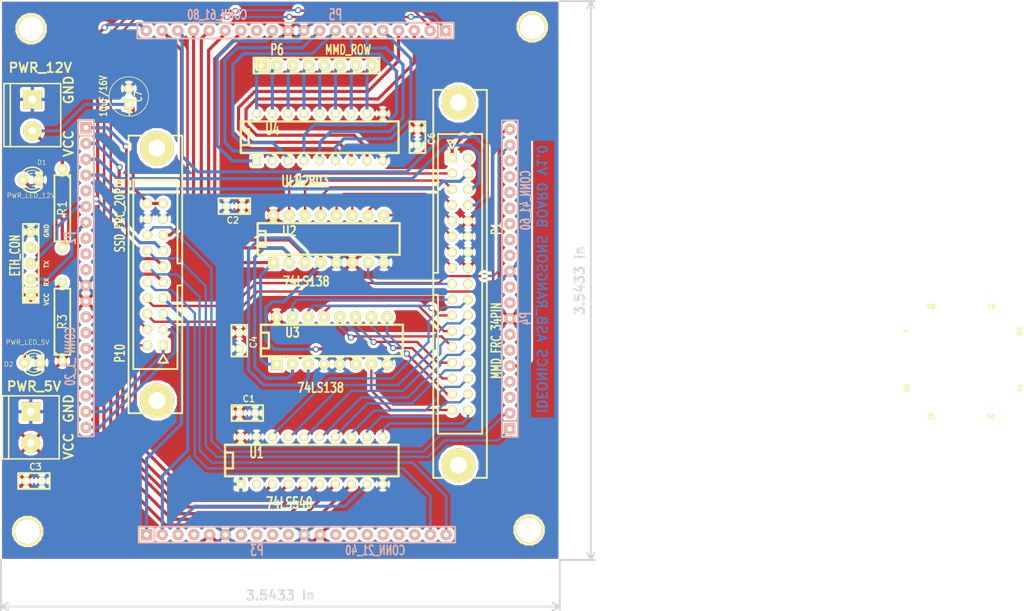
<source format=kicad_pcb>
(kicad_pcb (version 3) (host pcbnew "(2013-07-07 BZR 4022)-stable")
  (layers (15 F.Cu signal) (0 B.Cu signal) (18 B.Paste user) (19 F.Paste user) (20 B.SilkS user) (21 F.SilkS user) (22 B.Mask user) (23 F.Mask user) (28 Edge.Cuts user))
  (net 0 "")
  (net 1 /1A)
  (net 2 /1B)
  (net 3 /20)
  (net 4 /21)
  (net 5 /22)
  (net 6 /2A)
  (net 7 /2B)
  (net 8 /30)
  (net 9 /31)
  (net 10 /32)
  (net 11 /33)
  (net 12 /3A)
  (net 13 /3B)
  (net 14 /4A)
  (net 15 /4B)
  (net 16 /5A)
  (net 17 /5B)
  (net 18 /6A)
  (net 19 /6B)
  (net 20 /7A)
  (net 21 /7B)
  (net 22 /8A)
  (net 23 /8B)
  (net 24 /A)
  (net 25 /B)
  (net 26 /C)
  (net 27 /D)
  (net 28 /D0)
  (net 29 /D1)
  (net 30 /D2)
  (net 31 /D3)
  (net 32 /D4)
  (net 33 /D5)
  (net 34 /D6)
  (net 35 /D7)
  (net 36 /E)
  (net 37 /F)
  (net 38 /G)
  (net 39 /H)
  (net 40 /MMD_CONTROL)
  (net 41 /RD0)
  (net 42 /RD1)
  (net 43 /RD2)
  (net 44 /RD3)
  (net 45 /RD4)
  (net 46 /RD5)
  (net 47 /RD6)
  (net 48 /RD7)
  (net 49 /RF1)
  (net 50 /RF2)
  (net 51 /RF3)
  (net 52 /RF4)
  (net 53 /RF5)
  (net 54 /RF6)
  (net 55 /RF7)
  (net 56 /RG1)
  (net 57 /RG2)
  (net 58 /RH0)
  (net 59 /RH1)
  (net 60 /RH2)
  (net 61 /RH3)
  (net 62 /RH4)
  (net 63 /RH5)
  (net 64 /RH6)
  (net 65 /RH7)
  (net 66 /VCC)
  (net 67 /VCC_12V)
  (net 68 GND)
  (net 69 N-0000043)
  (net 70 N-0000045)
  (net 71 N-0000076)
  (net 72 N-0000077)
  (net 73 N-0000078)
  (net 74 N-0000079)
  (net 75 N-0000080)
  (net 76 N-0000081)
  (net 77 N-0000082)
  (net 78 N-0000083)
  (module 1pin (layer F.Cu) (at 114.8588 71.9328)
    (fp_text reference 1PIN hide)
    (fp_text value P*** hide)
    (pad 1 thru_hole circle (at 0 0) (size 4.064 4.064) (drill 4) (layers *.Cu *.Mask F.SilkS))
  )
  (module 1pin (layer F.Cu) (at 114.3 152.908)
    (fp_text reference 1PIN hide)
    (fp_text value P*** hide)
    (pad 1 thru_hole circle (at 0 0) (size 4.064 4.064) (drill 4) (layers *.Cu *.Mask F.SilkS))
  )
  (module 1pin (layer F.Cu) (at 195.58 71.628)
    (fp_text reference 1PIN hide)
    (fp_text value P*** hide)
    (pad 1 thru_hole circle (at 0 0) (size 4.064 4.064) (drill 4) (layers *.Cu *.Mask F.SilkS))
  )
  (module 1pin (layer F.Cu) (at 195.072 152.654)
    (fp_text reference 1PIN hide)
    (fp_text value P*** hide)
    (pad 1 thru_hole circle (at 0 0) (size 4.064 4.064) (drill 4) (layers *.Cu *.Mask F.SilkS))
  )
  (module SIL-20 (layer B.Cu) (at 165.2016 153.416)
    (fp_text reference P3 (at -13.97 2.54) (layer B.SilkS) (effects (font (size 1.72974 1.08712) (thickness 0.27178)) (justify mirror)))
    (fp_text value CONN_21_40 (at 5.08 2.54) (layer B.SilkS) (effects (font (size 1.524 1.016) (thickness 0.254)) (justify mirror)))
    (pad 1 thru_hole rect (at -31.75 0) (size 1.8 1.8) (drill 0.8128) (layers *.Cu *.Mask B.SilkS) (net 63 /RH5))
    (pad 2 thru_hole circle (at -29.21 0) (size 1.8 1.8) (drill 0.8128) (layers *.Cu *.Mask B.SilkS) (net 62 /RH4))
    (pad 3 thru_hole circle (at -26.67 0) (size 1.8 1.8) (drill 0.8128) (layers *.Cu *.Mask B.SilkS) (net 49 /RF1))
    (pad 4 thru_hole circle (at -24.13 0) (size 1.8 1.8) (drill 0.8128) (layers *.Cu *.Mask B.SilkS))
    (pad 5 thru_hole circle (at -21.59 0) (size 1.8 1.8) (drill 0.8128) (layers *.Cu *.Mask B.SilkS) (net 66 /VCC))
    (pad 6 thru_hole circle (at -19.05 0) (size 1.8 1.8) (drill 0.8128) (layers *.Cu *.Mask B.SilkS) (net 68 GND))
    (pad 7 thru_hole circle (at -16.51 0) (size 1.8 1.8) (drill 0.8128) (layers *.Cu *.Mask B.SilkS))
    (pad 8 thru_hole circle (at -13.97 0) (size 1.8 1.8) (drill 0.8128) (layers *.Cu *.Mask B.SilkS))
    (pad 9 thru_hole circle (at -11.43 0) (size 1.8 1.8) (drill 0.8128) (layers *.Cu *.Mask B.SilkS))
    (pad 10 thru_hole circle (at -8.89 0) (size 1.8 1.8) (drill 0.8128) (layers *.Cu *.Mask B.SilkS))
    (pad 11 thru_hole circle (at -6.35 0) (size 1.8 1.8) (drill 0.8128) (layers *.Cu *.Mask B.SilkS) (net 68 GND))
    (pad 12 thru_hole circle (at -3.81 0) (size 1.8 1.8) (drill 0.8128) (layers *.Cu *.Mask B.SilkS) (net 66 /VCC))
    (pad 13 thru_hole circle (at -1.27 0) (size 1.8 1.8) (drill 0.8128) (layers *.Cu *.Mask B.SilkS))
    (pad 14 thru_hole circle (at 1.27 0) (size 1.8 1.8) (drill 0.8128) (layers *.Cu *.Mask B.SilkS))
    (pad 15 thru_hole circle (at 3.81 0) (size 1.8 1.8) (drill 0.8128) (layers *.Cu *.Mask B.SilkS))
    (pad 16 thru_hole circle (at 6.35 0) (size 1.8 1.8) (drill 0.8128) (layers *.Cu *.Mask B.SilkS))
    (pad 17 thru_hole circle (at 8.89 0) (size 1.8 1.8) (drill 0.8128) (layers *.Cu *.Mask B.SilkS))
    (pad 18 thru_hole circle (at 11.43 0) (size 1.8 1.8) (drill 0.8128) (layers *.Cu *.Mask B.SilkS))
    (pad 19 thru_hole circle (at 13.97 0) (size 1.8 1.8) (drill 0.8128) (layers *.Cu *.Mask B.SilkS) (net 32 /D4))
    (pad 20 thru_hole circle (at 16.51 0) (size 1.8 1.8) (drill 0.8128) (layers *.Cu *.Mask B.SilkS) (net 33 /D5))
  )
  (module SIL-20 (layer B.Cu) (at 123.698 119.634 270)
    (fp_text reference P2 (at -13.97 2.54 270) (layer B.SilkS) (effects (font (size 1.72974 1.08712) (thickness 0.27178)) (justify mirror)))
    (fp_text value "CONN _1_20" (at 5.08 2.54 450) (layer B.SilkS) (effects (font (size 1.524 1.016) (thickness 0.3048)) (justify mirror)))
    (pad 1 thru_hole rect (at -31.75 0 270) (size 1.8 1.8) (drill 0.8128) (layers *.Cu *.Mask B.SilkS) (net 60 /RH2))
    (pad 2 thru_hole circle (at -29.21 0 270) (size 1.8 1.8) (drill 0.8128) (layers *.Cu *.Mask B.SilkS) (net 61 /RH3))
    (pad 3 thru_hole circle (at -26.67 0 270) (size 1.8 1.8) (drill 0.8128) (layers *.Cu *.Mask B.SilkS) (net 4 /21))
    (pad 4 thru_hole circle (at -24.13 0 270) (size 1.8 1.8) (drill 0.8128) (layers *.Cu *.Mask B.SilkS) (net 3 /20))
    (pad 5 thru_hole circle (at -21.59 0 270) (size 1.8 1.8) (drill 0.8128) (layers *.Cu *.Mask B.SilkS))
    (pad 6 thru_hole circle (at -19.05 0 270) (size 1.8 1.8) (drill 0.8128) (layers *.Cu *.Mask B.SilkS) (net 56 /RG1))
    (pad 7 thru_hole circle (at -16.51 0 270) (size 1.8 1.8) (drill 0.8128) (layers *.Cu *.Mask B.SilkS) (net 57 /RG2))
    (pad 8 thru_hole circle (at -13.97 0 270) (size 1.8 1.8) (drill 0.8128) (layers *.Cu *.Mask B.SilkS))
    (pad 9 thru_hole circle (at -11.43 0 270) (size 1.8 1.8) (drill 0.8128) (layers *.Cu *.Mask B.SilkS))
    (pad 10 thru_hole circle (at -8.89 0 270) (size 1.8 1.8) (drill 0.8128) (layers *.Cu *.Mask B.SilkS))
    (pad 11 thru_hole circle (at -6.35 0 270) (size 1.8 1.8) (drill 0.8128) (layers *.Cu *.Mask B.SilkS) (net 68 GND))
    (pad 12 thru_hole circle (at -3.81 0 270) (size 1.8 1.8) (drill 0.8128) (layers *.Cu *.Mask B.SilkS) (net 66 /VCC))
    (pad 13 thru_hole circle (at -1.27 0 270) (size 1.8 1.8) (drill 0.8128) (layers *.Cu *.Mask B.SilkS) (net 55 /RF7))
    (pad 14 thru_hole circle (at 1.27 0 270) (size 1.8 1.8) (drill 0.8128) (layers *.Cu *.Mask B.SilkS) (net 54 /RF6))
    (pad 15 thru_hole circle (at 3.81 0 270) (size 1.8 1.8) (drill 0.8128) (layers *.Cu *.Mask B.SilkS) (net 53 /RF5))
    (pad 16 thru_hole circle (at 6.35 0 270) (size 1.8 1.8) (drill 0.8128) (layers *.Cu *.Mask B.SilkS) (net 52 /RF4))
    (pad 17 thru_hole circle (at 8.89 0 270) (size 1.8 1.8) (drill 0.8128) (layers *.Cu *.Mask B.SilkS) (net 51 /RF3))
    (pad 18 thru_hole circle (at 11.43 0 270) (size 1.8 1.8) (drill 0.8128) (layers *.Cu *.Mask B.SilkS) (net 50 /RF2))
    (pad 19 thru_hole circle (at 13.97 0 270) (size 1.8 1.8) (drill 0.8128) (layers *.Cu *.Mask B.SilkS) (net 65 /RH7))
    (pad 20 thru_hole circle (at 16.51 0 270) (size 1.8 1.8) (drill 0.8128) (layers *.Cu *.Mask B.SilkS) (net 64 /RH6))
  )
  (module SIL-20 (layer B.Cu) (at 191.9732 104.648 90)
    (fp_text reference P4 (at -13.97 2.54 90) (layer B.SilkS) (effects (font (size 1.72974 1.08712) (thickness 0.27178)) (justify mirror)))
    (fp_text value CONN_41_60 (at 5.08 2.54 270) (layer B.SilkS) (effects (font (size 1.524 1.016) (thickness 0.3048)) (justify mirror)))
    (pad 1 thru_hole rect (at -31.75 0 90) (size 1.8 1.8) (drill 0.8128) (layers *.Cu *.Mask B.SilkS) (net 34 /D6))
    (pad 2 thru_hole circle (at -29.21 0 90) (size 1.8 1.8) (drill 0.8128) (layers *.Cu *.Mask B.SilkS) (net 35 /D7))
    (pad 3 thru_hole circle (at -26.67 0 90) (size 1.8 1.8) (drill 0.8128) (layers *.Cu *.Mask B.SilkS))
    (pad 4 thru_hole circle (at -24.13 0 90) (size 1.8 1.8) (drill 0.8128) (layers *.Cu *.Mask B.SilkS))
    (pad 5 thru_hole circle (at -21.59 0 90) (size 1.8 1.8) (drill 0.8128) (layers *.Cu *.Mask B.SilkS) (net 40 /MMD_CONTROL))
    (pad 6 thru_hole circle (at -19.05 0 90) (size 1.8 1.8) (drill 0.8128) (layers *.Cu *.Mask B.SilkS))
    (pad 7 thru_hole circle (at -16.51 0 90) (size 1.8 1.8) (drill 0.8128) (layers *.Cu *.Mask B.SilkS))
    (pad 8 thru_hole circle (at -13.97 0 90) (size 1.8 1.8) (drill 0.8128) (layers *.Cu *.Mask B.SilkS) (net 66 /VCC))
    (pad 9 thru_hole circle (at -11.43 0 90) (size 1.8 1.8) (drill 0.8128) (layers *.Cu *.Mask B.SilkS))
    (pad 10 thru_hole circle (at -8.89 0 90) (size 1.8 1.8) (drill 0.8128) (layers *.Cu *.Mask B.SilkS))
    (pad 11 thru_hole circle (at -6.35 0 90) (size 1.8 1.8) (drill 0.8128) (layers *.Cu *.Mask B.SilkS) (net 68 GND))
    (pad 12 thru_hole circle (at -3.81 0 90) (size 1.8 1.8) (drill 0.8128) (layers *.Cu *.Mask B.SilkS))
    (pad 13 thru_hole circle (at -1.27 0 90) (size 1.8 1.8) (drill 0.8128) (layers *.Cu *.Mask B.SilkS))
    (pad 14 thru_hole circle (at 1.27 0 90) (size 1.8 1.8) (drill 0.8128) (layers *.Cu *.Mask B.SilkS))
    (pad 15 thru_hole circle (at 3.81 0 90) (size 1.8 1.8) (drill 0.8128) (layers *.Cu *.Mask B.SilkS))
    (pad 16 thru_hole circle (at 6.35 0 90) (size 1.8 1.8) (drill 0.8128) (layers *.Cu *.Mask B.SilkS))
    (pad 17 thru_hole circle (at 8.89 0 90) (size 1.8 1.8) (drill 0.8128) (layers *.Cu *.Mask B.SilkS))
    (pad 18 thru_hole circle (at 11.43 0 90) (size 1.8 1.8) (drill 0.8128) (layers *.Cu *.Mask B.SilkS))
    (pad 19 thru_hole circle (at 13.97 0 90) (size 1.8 1.8) (drill 0.8128) (layers *.Cu *.Mask B.SilkS) (net 31 /D3))
    (pad 20 thru_hole circle (at 16.51 0 90) (size 1.8 1.8) (drill 0.8128) (layers *.Cu *.Mask B.SilkS) (net 30 /D2))
  )
  (module SIL-20 (layer B.Cu) (at 149.9108 72.2376 180)
    (fp_text reference P5 (at -13.97 2.54 180) (layer B.SilkS) (effects (font (size 1.72974 1.08712) (thickness 0.27178)) (justify mirror)))
    (fp_text value CONN_61_80 (at 5.08 2.54 360) (layer B.SilkS) (effects (font (size 1.524 1.016) (thickness 0.3048)) (justify mirror)))
    (pad 1 thru_hole rect (at -31.75 0 180) (size 1.8 1.8) (drill 0.8128) (layers *.Cu *.Mask B.SilkS) (net 29 /D1))
    (pad 2 thru_hole circle (at -29.21 0 180) (size 1.8 1.8) (drill 0.8128) (layers *.Cu *.Mask B.SilkS) (net 28 /D0))
    (pad 3 thru_hole circle (at -26.67 0 180) (size 1.8 1.8) (drill 0.8128) (layers *.Cu *.Mask B.SilkS) (net 48 /RD7))
    (pad 4 thru_hole circle (at -24.13 0 180) (size 1.8 1.8) (drill 0.8128) (layers *.Cu *.Mask B.SilkS) (net 47 /RD6))
    (pad 5 thru_hole circle (at -21.59 0 180) (size 1.8 1.8) (drill 0.8128) (layers *.Cu *.Mask B.SilkS) (net 46 /RD5))
    (pad 6 thru_hole circle (at -19.05 0 180) (size 1.8 1.8) (drill 0.8128) (layers *.Cu *.Mask B.SilkS) (net 45 /RD4))
    (pad 7 thru_hole circle (at -16.51 0 180) (size 1.8 1.8) (drill 0.8128) (layers *.Cu *.Mask B.SilkS) (net 44 /RD3))
    (pad 8 thru_hole circle (at -13.97 0 180) (size 1.8 1.8) (drill 0.8128) (layers *.Cu *.Mask B.SilkS) (net 43 /RD2))
    (pad 9 thru_hole circle (at -11.43 0 180) (size 1.8 1.8) (drill 0.8128) (layers *.Cu *.Mask B.SilkS) (net 42 /RD1))
    (pad 10 thru_hole circle (at -8.89 0 180) (size 1.8 1.8) (drill 0.8128) (layers *.Cu *.Mask B.SilkS) (net 68 GND))
    (pad 11 thru_hole circle (at -6.35 0 180) (size 1.8 1.8) (drill 0.8128) (layers *.Cu *.Mask B.SilkS) (net 66 /VCC))
    (pad 12 thru_hole circle (at -3.81 0 180) (size 1.8 1.8) (drill 0.8128) (layers *.Cu *.Mask B.SilkS) (net 41 /RD0))
    (pad 13 thru_hole circle (at -1.27 0 180) (size 1.8 1.8) (drill 0.8128) (layers *.Cu *.Mask B.SilkS))
    (pad 14 thru_hole circle (at 1.27 0 180) (size 1.8 1.8) (drill 0.8128) (layers *.Cu *.Mask B.SilkS) (net 11 /33))
    (pad 15 thru_hole circle (at 3.81 0 180) (size 1.8 1.8) (drill 0.8128) (layers *.Cu *.Mask B.SilkS) (net 10 /32))
    (pad 16 thru_hole circle (at 6.35 0 180) (size 1.8 1.8) (drill 0.8128) (layers *.Cu *.Mask B.SilkS) (net 9 /31))
    (pad 17 thru_hole circle (at 8.89 0 180) (size 1.8 1.8) (drill 0.8128) (layers *.Cu *.Mask B.SilkS) (net 8 /30))
    (pad 18 thru_hole circle (at 11.43 0 180) (size 1.8 1.8) (drill 0.8128) (layers *.Cu *.Mask B.SilkS) (net 5 /22))
    (pad 19 thru_hole circle (at 13.97 0 180) (size 1.8 1.8) (drill 0.8128) (layers *.Cu *.Mask B.SilkS) (net 58 /RH0))
    (pad 20 thru_hole circle (at 16.51 0 180) (size 1.8 1.8) (drill 0.8128) (layers *.Cu *.Mask B.SilkS) (net 59 /RH1))
  )
  (module SIL-8 (layer F.Cu) (at 160.8201 77.8764)
    (fp_text reference P6 (at -6.35 -2.54) (layer F.SilkS) (effects (font (size 1.72974 1.08712) (thickness 0.3048))))
    (fp_text value MMD_ROW (at 5.08 -2.54) (layer F.SilkS) (effects (font (size 1.524 1.016) (thickness 0.3048))))
    (pad 1 thru_hole rect (at -8.89 0) (size 1.8 1.8) (drill 0.8128) (layers *.Cu *.Mask F.SilkS) (net 78 N-0000083))
    (pad 2 thru_hole circle (at -6.35 0) (size 1.8 1.8) (drill 0.8128) (layers *.Cu *.Mask F.SilkS) (net 71 N-0000076))
    (pad 3 thru_hole circle (at -3.81 0) (size 1.8 1.8) (drill 0.8128) (layers *.Cu *.Mask F.SilkS) (net 72 N-0000077))
    (pad 4 thru_hole circle (at -1.27 0) (size 1.8 1.8) (drill 0.8128) (layers *.Cu *.Mask F.SilkS) (net 73 N-0000078))
    (pad 5 thru_hole circle (at 1.27 0) (size 1.8 1.8) (drill 0.8128) (layers *.Cu *.Mask F.SilkS) (net 74 N-0000079))
    (pad 6 thru_hole circle (at 3.81 0) (size 1.8 1.8) (drill 0.8128) (layers *.Cu *.Mask F.SilkS) (net 75 N-0000080))
    (pad 7 thru_hole circle (at 6.35 0) (size 1.8 1.8) (drill 0.8128) (layers *.Cu *.Mask F.SilkS) (net 76 N-0000081))
    (pad 8 thru_hole circle (at 8.89 0) (size 1.8 1.8) (drill 0.8128) (layers *.Cu *.Mask F.SilkS) (net 77 N-0000082))
  )
  (module SIL-5 (layer F.Cu) (at 114.808 108.458 90)
    (fp_text reference P8 hide)
    (fp_text value ETH_CON (at 0 -2.54 90) (layer F.SilkS) (effects (font (size 1.524 1.016) (thickness 0.254))))
    (pad 1 thru_hole rect (at -6.35 0 90) (size 1.7 1.7) (drill 0.6) (layers *.Cu *.Mask F.SilkS) (net 66 /VCC))
    (pad 2 thru_hole circle (at -3.81 0 90) (size 1.7 1.7) (drill 0.6) (layers *.Cu *.Mask F.SilkS) (net 57 /RG2))
    (pad 3 thru_hole circle (at -1.27 0 90) (size 1.7 1.7) (drill 0.6) (layers *.Cu *.Mask F.SilkS) (net 56 /RG1))
    (pad 4 thru_hole circle (at 1.27 0 90) (size 1.7 1.7) (drill 0.6) (layers *.Cu *.Mask F.SilkS))
    (pad 5 thru_hole circle (at 3.81 0 90) (size 1.7 1.7) (drill 0.6) (layers *.Cu *.Mask F.SilkS) (net 68 GND))
  )
  (module R5 (layer F.Cu) (at 119.888 100.838 270)
    (fp_text reference R1 (at 0 0 270) (layer F.SilkS) (effects (font (size 1.397 1.27) (thickness 0.2032))))
    (fp_text value 1K hide)
    (pad 1 thru_hole circle (at -6.35 0 270) (size 1.524 1.524) (drill 0.8128) (layers *.Cu *.Mask F.SilkS) (net 67 /VCC_12V))
    (pad 2 thru_hole circle (at 6.35 0 270) (size 1.524 1.524) (drill 0.8128) (layers *.Cu *.Mask F.SilkS) (net 70 N-0000045))
  )
  (module R5 (layer F.Cu) (at 119.888 119.126 90)
    (fp_text reference R3 (at 0 0 90) (layer F.SilkS) (effects (font (size 1.397 1.27) (thickness 0.2032))))
    (fp_text value 1K hide)
    (pad 1 thru_hole circle (at -6.35 0 90) (size 1.524 1.524) (drill 0.8128) (layers *.Cu *.Mask F.SilkS) (net 66 /VCC))
    (pad 2 thru_hole circle (at 6.35 0 90) (size 1.524 1.524) (drill 0.8128) (layers *.Cu *.Mask F.SilkS) (net 69 N-0000043))
  )
  (module mors_2p (layer F.Cu) (at 115.062 85.852 270)
    (fp_text reference P9 hide)
    (fp_text value PWR_12V (at -7.62 -1.27 360) (layer F.SilkS) (effects (font (size 1.524 1.524) (thickness 0.3048))))
    (pad 1 thru_hole rect (at -2.54 0 270) (size 2.99974 2.99974) (drill 1.24968) (layers *.Cu *.Mask F.SilkS) (net 68 GND))
    (pad 2 thru_hole circle (at 2.54 0 270) (size 2.99974 2.99974) (drill 1.24968) (layers *.Cu *.Mask F.SilkS) (net 67 /VCC_12V))
  )
  (module mors_2p (layer F.Cu) (at 114.808 136.144 270)
    (fp_text reference P7 hide)
    (fp_text value PWR_5V (at -6.604 -0.508 360) (layer F.SilkS) (effects (font (size 1.524 1.524) (thickness 0.3048))))
    (pad 1 thru_hole rect (at -2.54 0 270) (size 2.99974 2.99974) (drill 1.24968) (layers *.Cu *.Mask F.SilkS) (net 68 GND))
    (pad 2 thru_hole circle (at 2.54 0 270) (size 2.99974 2.99974) (drill 1.24968) (layers *.Cu *.Mask F.SilkS) (net 66 /VCC))
  )
  (module LED-3MM (layer F.Cu) (at 114.808 96.266)
    (fp_text reference D1 (at 1.778 -2.794) (layer F.SilkS) (effects (font (size 0.762 0.762) (thickness 0.0889))))
    (fp_text value PWR_LED_12V (at 0 2.54) (layer F.SilkS) (effects (font (size 0.762 0.762) (thickness 0.0889))))
    (pad 1 thru_hole circle (at -1.27 0) (size 1.6764 1.6764) (drill 0.8128) (layers *.Cu *.Mask F.SilkS) (net 70 N-0000045))
    (pad 2 thru_hole circle (at 1.27 0) (size 1.6764 1.6764) (drill 0.8128) (layers *.Cu *.Mask F.SilkS) (net 68 GND))
  )
  (module LED-3MM (layer F.Cu) (at 115.062 125.73)
    (fp_text reference D2 (at -3.81 0.254) (layer F.SilkS) (effects (font (size 0.762 0.762) (thickness 0.0889))))
    (fp_text value PWR_LED_5V (at -0.762 -3.302) (layer F.SilkS) (effects (font (size 0.762 0.762) (thickness 0.0889))))
    (pad 1 thru_hole circle (at -1.27 0) (size 1.6764 1.6764) (drill 0.8128) (layers *.Cu *.Mask F.SilkS) (net 69 N-0000043))
    (pad 2 thru_hole circle (at 1.27 0) (size 1.6764 1.6764) (drill 0.8128) (layers *.Cu *.Mask F.SilkS) (net 68 GND))
  )
  (module HE10_34D (layer F.Cu) (at 183.9468 113.03 270)
    (fp_text reference P1 (at -8.89 -5.842 270) (layer F.SilkS) (effects (font (size 1.524 1.016) (thickness 0.3048))))
    (fp_text value MMD_FRC_34PIN (at 9.144 -5.842 270) (layer F.SilkS) (effects (font (size 1.524 1.016) (thickness 0.3048))))
    (pad 1 thru_hole rect (at -20.32 1.27 270) (size 1.524 1.524) (drill 0.9144) (layers *.Cu *.Mask F.SilkS) (net 40 /MMD_CONTROL))
    (pad 2 thru_hole circle (at -20.32 -1.27 270) (size 1.524 1.524) (drill 0.9144) (layers *.Cu *.Mask F.SilkS))
    (pad 3 thru_hole circle (at -17.78 1.27 270) (size 1.524 1.524) (drill 0.9144) (layers *.Cu *.Mask F.SilkS) (net 1 /1A))
    (pad 4 thru_hole circle (at -17.78 -1.27 270) (size 1.524 1.524) (drill 0.9144) (layers *.Cu *.Mask F.SilkS) (net 3 /20))
    (pad 5 thru_hole circle (at -15.24 1.27 270) (size 1.524 1.524) (drill 0.9144) (layers *.Cu *.Mask F.SilkS) (net 6 /2A))
    (pad 6 thru_hole circle (at -15.24 -1.27 270) (size 1.524 1.524) (drill 0.9144) (layers *.Cu *.Mask F.SilkS) (net 4 /21))
    (pad 7 thru_hole circle (at -12.7 1.27 270) (size 1.524 1.524) (drill 0.9144) (layers *.Cu *.Mask F.SilkS) (net 12 /3A))
    (pad 8 thru_hole circle (at -12.7 -1.27 270) (size 1.524 1.524) (drill 0.9144) (layers *.Cu *.Mask F.SilkS) (net 5 /22))
    (pad 9 thru_hole circle (at -10.16 1.27 270) (size 1.524 1.524) (drill 0.9144) (layers *.Cu *.Mask F.SilkS) (net 14 /4A))
    (pad 10 thru_hole circle (at -10.16 -1.27 270) (size 1.524 1.524) (drill 0.9144) (layers *.Cu *.Mask F.SilkS) (net 66 /VCC))
    (pad 11 thru_hole circle (at -7.62 1.27 270) (size 1.524 1.524) (drill 0.9144) (layers *.Cu *.Mask F.SilkS) (net 16 /5A))
    (pad 12 thru_hole circle (at -7.62 -1.27 270) (size 1.524 1.524) (drill 0.9144) (layers *.Cu *.Mask F.SilkS) (net 68 GND))
    (pad 13 thru_hole circle (at -5.08 1.27 270) (size 1.524 1.524) (drill 0.9144) (layers *.Cu *.Mask F.SilkS) (net 18 /6A))
    (pad 14 thru_hole circle (at -5.08 -1.27 270) (size 1.524 1.524) (drill 0.9144) (layers *.Cu *.Mask F.SilkS) (net 68 GND))
    (pad 15 thru_hole circle (at -2.54 1.27 270) (size 1.524 1.524) (drill 0.9144) (layers *.Cu *.Mask F.SilkS) (net 20 /7A))
    (pad 16 thru_hole circle (at -2.54 -1.27 270) (size 1.524 1.524) (drill 0.9144) (layers *.Cu *.Mask F.SilkS) (net 66 /VCC))
    (pad 17 thru_hole circle (at 0 1.27 270) (size 1.524 1.524) (drill 0.9144) (layers *.Cu *.Mask F.SilkS) (net 22 /8A))
    (pad 18 thru_hole circle (at 0 -1.27 270) (size 1.524 1.524) (drill 0.9144) (layers *.Cu *.Mask F.SilkS))
    (pad 19 thru_hole circle (at 2.54 1.27 270) (size 1.524 1.524) (drill 0.9144) (layers *.Cu *.Mask F.SilkS) (net 2 /1B))
    (pad 20 thru_hole circle (at 2.54 -1.27 270) (size 1.524 1.524) (drill 0.9144) (layers *.Cu *.Mask F.SilkS) (net 39 /H))
    (pad "" thru_hole circle (at -29.21 0.254 270) (size 5.461 5.461) (drill 2.6924) (layers *.Cu *.Mask F.SilkS))
    (pad 21 thru_hole circle (at 5.08 1.27 270) (size 1.524 1.524) (drill 0.9144) (layers *.Cu *.Mask F.SilkS) (net 7 /2B))
    (pad 22 thru_hole circle (at 5.08 -1.27 270) (size 1.524 1.524) (drill 0.9144) (layers *.Cu *.Mask F.SilkS) (net 38 /G))
    (pad 23 thru_hole circle (at 7.62 1.27 270) (size 1.524 1.524) (drill 0.9144) (layers *.Cu *.Mask F.SilkS Eco1.User) (net 13 /3B))
    (pad 24 thru_hole circle (at 7.62 -1.27 270) (size 1.524 1.524) (drill 0.9144) (layers *.Cu *.Mask F.SilkS) (net 37 /F))
    (pad 25 thru_hole circle (at 10.16 1.27 270) (size 1.524 1.524) (drill 0.9144) (layers *.Cu *.Mask F.SilkS) (net 15 /4B))
    (pad 26 thru_hole circle (at 10.16 -1.27 270) (size 1.524 1.524) (drill 0.9144) (layers *.Cu *.Mask F.SilkS) (net 36 /E))
    (pad 27 thru_hole circle (at 12.7 1.27 270) (size 1.524 1.524) (drill 0.9144) (layers *.Cu *.Mask F.SilkS) (net 17 /5B))
    (pad 28 thru_hole circle (at 12.7 -1.27 270) (size 1.524 1.524) (drill 0.9144) (layers *.Cu *.Mask F.SilkS) (net 27 /D))
    (pad 29 thru_hole circle (at 15.24 1.27 270) (size 1.524 1.524) (drill 0.9144) (layers *.Cu *.Mask F.SilkS) (net 19 /6B))
    (pad 30 thru_hole circle (at 15.24 -1.27 270) (size 1.524 1.524) (drill 0.9144) (layers *.Cu *.Mask F.SilkS) (net 26 /C))
    (pad 31 thru_hole circle (at 17.78 1.27 270) (size 1.524 1.524) (drill 0.9144) (layers *.Cu *.Mask F.SilkS) (net 21 /7B))
    (pad 32 thru_hole circle (at 17.78 -1.27 270) (size 1.524 1.524) (drill 0.9144) (layers *.Cu *.Mask F.SilkS) (net 25 /B))
    (pad 33 thru_hole circle (at 20.32 1.27 270) (size 1.524 1.524) (drill 0.9144) (layers *.Cu *.Mask F.SilkS) (net 23 /8B))
    (pad 34 thru_hole circle (at 20.32 -1.27 270) (size 1.524 1.524) (drill 0.9144) (layers *.Cu *.Mask F.SilkS) (net 24 /A))
    (pad "" thru_hole circle (at 29.21 0.254 270) (size 5.461 5.461) (drill 2.6924) (layers *.Cu *.Mask F.SilkS))
  )
  (module HE10_20D (layer F.Cu) (at 134.874 111.506 90)
    (fp_text reference P10 (at -12.7 -5.715 90) (layer F.SilkS) (effects (font (size 1.524 1.016) (thickness 0.3048))))
    (fp_text value SSD_FRC_20PIN (at 9.525 -5.715 90) (layer F.SilkS) (effects (font (size 1.524 1.016) (thickness 0.3048))))
    (pad 1 thru_hole rect (at -11.43 1.27 90) (size 1.524 1.524) (drill 0.9144) (layers *.Cu *.Mask F.SilkS) (net 65 /RH7))
    (pad 2 thru_hole circle (at -11.43 -1.27 90) (size 1.524 1.524) (drill 0.9144) (layers *.Cu *.Mask F.SilkS) (net 28 /D0))
    (pad 3 thru_hole circle (at -8.89 1.27 90) (size 1.524 1.524) (drill 0.9144) (layers *.Cu *.Mask F.SilkS) (net 64 /RH6))
    (pad 4 thru_hole circle (at -8.89 -1.27 90) (size 1.524 1.524) (drill 0.9144) (layers *.Cu *.Mask F.SilkS) (net 29 /D1))
    (pad 5 thru_hole circle (at -6.35 1.27 90) (size 1.524 1.524) (drill 0.9144) (layers *.Cu *.Mask F.SilkS) (net 63 /RH5))
    (pad 6 thru_hole circle (at -6.35 -1.27 90) (size 1.524 1.524) (drill 0.9144) (layers *.Cu *.Mask F.SilkS) (net 30 /D2))
    (pad 7 thru_hole circle (at -3.81 1.27 90) (size 1.524 1.524) (drill 0.9144) (layers *.Cu *.Mask F.SilkS) (net 62 /RH4))
    (pad 8 thru_hole circle (at -3.81 -1.27 90) (size 1.524 1.524) (drill 0.9144) (layers *.Cu *.Mask F.SilkS) (net 31 /D3))
    (pad 9 thru_hole circle (at -1.27 1.27 90) (size 1.524 1.524) (drill 0.9144) (layers *.Cu *.Mask F.SilkS) (net 61 /RH3))
    (pad 10 thru_hole circle (at -1.27 -1.27 90) (size 1.524 1.524) (drill 0.9144) (layers *.Cu *.Mask F.SilkS) (net 32 /D4))
    (pad 11 thru_hole circle (at 1.27 1.27 90) (size 1.524 1.524) (drill 0.9144) (layers *.Cu *.Mask F.SilkS) (net 60 /RH2))
    (pad 12 thru_hole circle (at 1.27 -1.27 90) (size 1.524 1.524) (drill 0.9144) (layers *.Cu *.Mask F.SilkS) (net 33 /D5))
    (pad 13 thru_hole circle (at 3.81 1.27 90) (size 1.524 1.524) (drill 0.9144) (layers *.Cu *.Mask F.SilkS) (net 59 /RH1))
    (pad 14 thru_hole circle (at 3.81 -1.27 90) (size 1.524 1.524) (drill 0.9144) (layers *.Cu *.Mask F.SilkS) (net 34 /D6))
    (pad 15 thru_hole circle (at 6.35 1.27 90) (size 1.524 1.524) (drill 0.9144) (layers *.Cu *.Mask F.SilkS) (net 58 /RH0))
    (pad 16 thru_hole circle (at 6.35 -1.27 90) (size 1.524 1.524) (drill 0.9144) (layers *.Cu *.Mask F.SilkS) (net 35 /D7))
    (pad 17 thru_hole circle (at 8.89 1.27 90) (size 1.524 1.524) (drill 0.9144) (layers *.Cu *.Mask F.SilkS) (net 68 GND))
    (pad 18 thru_hole circle (at 8.89 -1.27 90) (size 1.524 1.524) (drill 0.9144) (layers *.Cu *.Mask F.SilkS) (net 68 GND))
    (pad 19 thru_hole circle (at 11.43 1.27 90) (size 1.524 1.524) (drill 0.9144) (layers *.Cu *.Mask F.SilkS) (net 67 /VCC_12V))
    (pad 20 thru_hole circle (at 11.43 -1.27 90) (size 1.524 1.524) (drill 0.9144) (layers *.Cu *.Mask F.SilkS) (net 67 /VCC_12V))
    (pad "" thru_hole circle (at -20.32 0.254 90) (size 5.461 5.461) (drill 2.6924) (layers *.Cu *.Mask F.SilkS))
    (pad "" thru_hole circle (at 20.32 0.254 90) (size 5.461 5.461) (drill 2.6924) (layers *.Cu *.Mask F.SilkS))
  )
  (module DIP-20__300 (layer F.Cu) (at 160.0708 141.478)
    (fp_text reference U1 (at -8.89 -1.27) (layer F.SilkS) (effects (font (size 1.778 1.143) (thickness 0.3048))))
    (fp_text value 74LS540 (at -3.6068 6.858) (layer F.SilkS) (effects (font (size 1.778 1.143) (thickness 0.3048))))
    (pad 1 thru_hole rect (at -11.43 3.81) (size 1.397 1.397) (drill 0.8128) (layers *.Cu *.Mask F.SilkS) (net 68 GND))
    (pad 2 thru_hole circle (at -8.89 3.81) (size 1.397 1.397) (drill 0.8128) (layers *.Cu *.Mask F.SilkS))
    (pad 3 thru_hole circle (at -6.35 3.81) (size 1.397 1.397) (drill 0.8128) (layers *.Cu *.Mask F.SilkS) (net 55 /RF7))
    (pad 4 thru_hole circle (at -3.81 3.81) (size 1.397 1.397) (drill 0.8128) (layers *.Cu *.Mask F.SilkS) (net 54 /RF6))
    (pad 5 thru_hole circle (at -1.27 3.81) (size 1.397 1.397) (drill 0.8128) (layers *.Cu *.Mask F.SilkS) (net 53 /RF5))
    (pad 6 thru_hole circle (at 1.27 3.81) (size 1.397 1.397) (drill 0.8128) (layers *.Cu *.Mask F.SilkS) (net 52 /RF4))
    (pad 7 thru_hole circle (at 3.81 3.81) (size 1.397 1.397) (drill 0.8128) (layers *.Cu *.Mask F.SilkS) (net 51 /RF3))
    (pad 8 thru_hole circle (at 6.35 3.81) (size 1.397 1.397) (drill 0.8128) (layers *.Cu *.Mask F.SilkS) (net 50 /RF2))
    (pad 9 thru_hole circle (at 8.89 3.81) (size 1.397 1.397) (drill 0.8128) (layers *.Cu *.Mask F.SilkS) (net 49 /RF1))
    (pad 10 thru_hole circle (at 11.43 3.81) (size 1.397 1.397) (drill 0.8128) (layers *.Cu *.Mask F.SilkS) (net 68 GND))
    (pad 11 thru_hole circle (at 11.43 -3.81) (size 1.397 1.397) (drill 0.8128) (layers *.Cu *.Mask F.SilkS) (net 24 /A))
    (pad 12 thru_hole circle (at 8.89 -3.81) (size 1.397 1.397) (drill 0.8128) (layers *.Cu *.Mask F.SilkS) (net 25 /B))
    (pad 13 thru_hole circle (at 6.35 -3.81) (size 1.397 1.397) (drill 0.8128) (layers *.Cu *.Mask F.SilkS) (net 26 /C))
    (pad 14 thru_hole circle (at 3.81 -3.81) (size 1.397 1.397) (drill 0.8128) (layers *.Cu *.Mask F.SilkS) (net 27 /D))
    (pad 15 thru_hole circle (at 1.27 -3.81) (size 1.397 1.397) (drill 0.8128) (layers *.Cu *.Mask F.SilkS) (net 36 /E))
    (pad 16 thru_hole circle (at -1.27 -3.81) (size 1.397 1.397) (drill 0.8128) (layers *.Cu *.Mask F.SilkS) (net 37 /F))
    (pad 17 thru_hole circle (at -3.81 -3.81) (size 1.397 1.397) (drill 0.8128) (layers *.Cu *.Mask F.SilkS) (net 38 /G))
    (pad 18 thru_hole circle (at -6.35 -3.81) (size 1.397 1.397) (drill 0.8128) (layers *.Cu *.Mask F.SilkS) (net 39 /H))
    (pad 19 thru_hole circle (at -8.89 -3.81) (size 1.397 1.397) (drill 0.8128) (layers *.Cu *.Mask F.SilkS) (net 68 GND))
    (pad 20 thru_hole circle (at -11.43 -3.81) (size 1.397 1.397) (drill 0.8128) (layers *.Cu *.Mask F.SilkS) (net 66 /VCC))
  )
  (module DIP-18__300 (layer F.Cu) (at 161.3408 89.408)
    (fp_text reference U4 (at -7.62 -1.27) (layer F.SilkS) (effects (font (size 1.778 1.143) (thickness 0.3048))))
    (fp_text value ULN2803 (at -2.3368 7.112) (layer F.SilkS) (effects (font (size 1.778 1.143) (thickness 0.3048))))
    (pad 1 thru_hole rect (at -10.16 3.81) (size 1.397 1.397) (drill 0.8128) (layers *.Cu *.Mask F.SilkS) (net 41 /RD0))
    (pad 2 thru_hole circle (at -7.62 3.81) (size 1.397 1.397) (drill 0.8128) (layers *.Cu *.Mask F.SilkS) (net 42 /RD1))
    (pad 3 thru_hole circle (at -5.08 3.81) (size 1.397 1.397) (drill 0.8128) (layers *.Cu *.Mask F.SilkS) (net 43 /RD2))
    (pad 4 thru_hole circle (at -2.54 3.81) (size 1.397 1.397) (drill 0.8128) (layers *.Cu *.Mask F.SilkS) (net 44 /RD3))
    (pad 5 thru_hole circle (at 0 3.81) (size 1.397 1.397) (drill 0.8128) (layers *.Cu *.Mask F.SilkS) (net 45 /RD4))
    (pad 6 thru_hole circle (at 2.54 3.81) (size 1.397 1.397) (drill 0.8128) (layers *.Cu *.Mask F.SilkS) (net 46 /RD5))
    (pad 7 thru_hole circle (at 5.08 3.81) (size 1.397 1.397) (drill 0.8128) (layers *.Cu *.Mask F.SilkS) (net 47 /RD6))
    (pad 8 thru_hole circle (at 7.62 3.81) (size 1.397 1.397) (drill 0.8128) (layers *.Cu *.Mask F.SilkS) (net 48 /RD7))
    (pad 9 thru_hole circle (at 10.16 3.81) (size 1.397 1.397) (drill 0.8128) (layers *.Cu *.Mask F.SilkS) (net 68 GND))
    (pad 10 thru_hole circle (at 10.16 -3.81) (size 1.397 1.397) (drill 0.8128) (layers *.Cu *.Mask F.SilkS) (net 66 /VCC))
    (pad 11 thru_hole circle (at 7.62 -3.81) (size 1.397 1.397) (drill 0.8128) (layers *.Cu *.Mask F.SilkS) (net 77 N-0000082))
    (pad 12 thru_hole circle (at 5.08 -3.81) (size 1.397 1.397) (drill 0.8128) (layers *.Cu *.Mask F.SilkS) (net 76 N-0000081))
    (pad 13 thru_hole circle (at 2.54 -3.81) (size 1.397 1.397) (drill 0.8128) (layers *.Cu *.Mask F.SilkS) (net 75 N-0000080))
    (pad 14 thru_hole circle (at 0 -3.81) (size 1.397 1.397) (drill 0.8128) (layers *.Cu *.Mask F.SilkS) (net 74 N-0000079))
    (pad 15 thru_hole circle (at -2.54 -3.81) (size 1.397 1.397) (drill 0.8128) (layers *.Cu *.Mask F.SilkS) (net 73 N-0000078))
    (pad 16 thru_hole circle (at -5.08 -3.81) (size 1.397 1.397) (drill 0.8128) (layers *.Cu *.Mask F.SilkS) (net 72 N-0000077))
    (pad 17 thru_hole circle (at -7.62 -3.81) (size 1.397 1.397) (drill 0.8128) (layers *.Cu *.Mask F.SilkS) (net 71 N-0000076))
    (pad 18 thru_hole circle (at -10.16 -3.81) (size 1.397 1.397) (drill 0.8128) (layers *.Cu *.Mask F.SilkS) (net 78 N-0000083))
  )
  (module DIP-16__300 (layer F.Cu) (at 162.78 105.79)
    (fp_text reference U2 (at -6.35 -1.27) (layer F.SilkS) (effects (font (size 1.524 1.143) (thickness 0.3048))))
    (fp_text value 74LS138 (at -3.6068 6.858) (layer F.SilkS) (effects (font (size 1.524 1.143) (thickness 0.3048))))
    (pad 1 thru_hole rect (at -8.89 3.81) (size 1.8 1.8) (drill 0.8128) (layers *.Cu *.Mask F.SilkS) (net 8 /30))
    (pad 2 thru_hole circle (at -6.35 3.81) (size 1.8 1.8) (drill 0.8128) (layers *.Cu *.Mask F.SilkS) (net 9 /31))
    (pad 3 thru_hole circle (at -3.81 3.81) (size 1.8 1.8) (drill 0.8128) (layers *.Cu *.Mask F.SilkS) (net 10 /32))
    (pad 4 thru_hole circle (at -1.27 3.81) (size 1.8 1.8) (drill 0.8128) (layers *.Cu *.Mask F.SilkS) (net 11 /33))
    (pad 5 thru_hole circle (at 1.27 3.81) (size 1.8 1.8) (drill 0.8128) (layers *.Cu *.Mask F.SilkS) (net 68 GND))
    (pad 6 thru_hole circle (at 3.81 3.81) (size 1.8 1.8) (drill 0.8128) (layers *.Cu *.Mask F.SilkS) (net 66 /VCC))
    (pad 7 thru_hole circle (at 6.35 3.81) (size 1.8 1.8) (drill 0.8128) (layers *.Cu *.Mask F.SilkS) (net 22 /8A))
    (pad 8 thru_hole circle (at 8.89 3.81) (size 1.8 1.8) (drill 0.8128) (layers *.Cu *.Mask F.SilkS) (net 68 GND))
    (pad 9 thru_hole circle (at 8.89 -3.81) (size 1.8 1.8) (drill 0.8128) (layers *.Cu *.Mask F.SilkS) (net 20 /7A))
    (pad 10 thru_hole circle (at 6.35 -3.81) (size 1.8 1.8) (drill 0.8128) (layers *.Cu *.Mask F.SilkS) (net 18 /6A))
    (pad 11 thru_hole circle (at 3.81 -3.81) (size 1.8 1.8) (drill 0.8128) (layers *.Cu *.Mask F.SilkS) (net 16 /5A))
    (pad 12 thru_hole circle (at 1.27 -3.81) (size 1.8 1.8) (drill 0.8128) (layers *.Cu *.Mask F.SilkS) (net 14 /4A))
    (pad 13 thru_hole circle (at -1.27 -3.81) (size 1.8 1.8) (drill 0.8128) (layers *.Cu *.Mask F.SilkS) (net 12 /3A))
    (pad 14 thru_hole circle (at -3.81 -3.81) (size 1.8 1.8) (drill 0.8128) (layers *.Cu *.Mask F.SilkS) (net 6 /2A))
    (pad 15 thru_hole circle (at -6.35 -3.81) (size 1.8 1.8) (drill 0.8128) (layers *.Cu *.Mask F.SilkS) (net 1 /1A))
    (pad 16 thru_hole circle (at -8.89 -3.81) (size 1.8 1.8) (drill 0.8128) (layers *.Cu *.Mask F.SilkS) (net 66 /VCC))
  )
  (module DIP-16__300 (layer F.Cu) (at 163.31 122.15)
    (fp_text reference U3 (at -6.35 -1.27) (layer F.SilkS) (effects (font (size 1.524 1.143) (thickness 0.3048))))
    (fp_text value 74LS138 (at -1.8288 7.62) (layer F.SilkS) (effects (font (size 1.524 1.143) (thickness 0.3048))))
    (pad 1 thru_hole rect (at -8.89 3.81) (size 1.8 1.8) (drill 0.8128) (layers *.Cu *.Mask F.SilkS) (net 8 /30))
    (pad 2 thru_hole circle (at -6.35 3.81) (size 1.8 1.8) (drill 0.8128) (layers *.Cu *.Mask F.SilkS) (net 9 /31))
    (pad 3 thru_hole circle (at -3.81 3.81) (size 1.8 1.8) (drill 0.8128) (layers *.Cu *.Mask F.SilkS) (net 10 /32))
    (pad 4 thru_hole circle (at -1.27 3.81) (size 1.8 1.8) (drill 0.8128) (layers *.Cu *.Mask F.SilkS) (net 68 GND))
    (pad 5 thru_hole circle (at 1.27 3.81) (size 1.8 1.8) (drill 0.8128) (layers *.Cu *.Mask F.SilkS) (net 68 GND))
    (pad 6 thru_hole circle (at 3.81 3.81) (size 1.8 1.8) (drill 0.8128) (layers *.Cu *.Mask F.SilkS) (net 11 /33))
    (pad 7 thru_hole circle (at 6.35 3.81) (size 1.8 1.8) (drill 0.8128) (layers *.Cu *.Mask F.SilkS) (net 23 /8B))
    (pad 8 thru_hole circle (at 8.89 3.81) (size 1.8 1.8) (drill 0.8128) (layers *.Cu *.Mask F.SilkS) (net 68 GND))
    (pad 9 thru_hole circle (at 8.89 -3.81) (size 1.8 1.8) (drill 0.8128) (layers *.Cu *.Mask F.SilkS) (net 21 /7B))
    (pad 10 thru_hole circle (at 6.35 -3.81) (size 1.8 1.8) (drill 0.8128) (layers *.Cu *.Mask F.SilkS) (net 19 /6B))
    (pad 11 thru_hole circle (at 3.81 -3.81) (size 1.8 1.8) (drill 0.8128) (layers *.Cu *.Mask F.SilkS) (net 17 /5B))
    (pad 12 thru_hole circle (at 1.27 -3.81) (size 1.8 1.8) (drill 0.8128) (layers *.Cu *.Mask F.SilkS) (net 15 /4B))
    (pad 13 thru_hole circle (at -1.27 -3.81) (size 1.8 1.8) (drill 0.8128) (layers *.Cu *.Mask F.SilkS) (net 13 /3B))
    (pad 14 thru_hole circle (at -3.81 -3.81) (size 1.8 1.8) (drill 0.8128) (layers *.Cu *.Mask F.SilkS) (net 7 /2B))
    (pad 15 thru_hole circle (at -6.35 -3.81) (size 1.8 1.8) (drill 0.8128) (layers *.Cu *.Mask F.SilkS) (net 2 /1B))
    (pad 16 thru_hole circle (at -8.89 -3.81) (size 1.8 1.8) (drill 0.8128) (layers *.Cu *.Mask F.SilkS) (net 66 /VCC))
  )
  (module C1 (layer F.Cu) (at 177.0888 89.408 270)
    (fp_text reference C6 (at 0.254 -2.286 270) (layer F.SilkS) (effects (font (size 1.016 1.016) (thickness 0.2032))))
    (fp_text value 0.1uF hide)
    (pad 1 thru_hole circle (at -1.27 0 270) (size 1.397 1.397) (drill 0.8128) (layers *.Cu *.Mask F.SilkS) (net 66 /VCC))
    (pad 2 thru_hole circle (at 1.27 0 270) (size 1.397 1.397) (drill 0.8128) (layers *.Cu *.Mask F.SilkS) (net 68 GND))
  )
  (module C1 (layer F.Cu) (at 148.3868 122.174 270)
    (fp_text reference C4 (at 0.254 -2.286 270) (layer F.SilkS) (effects (font (size 1.016 1.016) (thickness 0.2032))))
    (fp_text value 0.1uF hide)
    (pad 1 thru_hole circle (at -1.27 0 270) (size 1.397 1.397) (drill 0.8128) (layers *.Cu *.Mask F.SilkS) (net 66 /VCC))
    (pad 2 thru_hole circle (at 1.27 0 270) (size 1.397 1.397) (drill 0.8128) (layers *.Cu *.Mask F.SilkS) (net 68 GND))
  )
  (module C1 (layer F.Cu) (at 115.316 144.78)
    (fp_text reference C3 (at 0.254 -2.286) (layer F.SilkS) (effects (font (size 1.016 1.016) (thickness 0.2032))))
    (fp_text value 0.1uF hide)
    (pad 1 thru_hole circle (at -1.27 0) (size 1.397 1.397) (drill 0.8128) (layers *.Cu *.Mask F.SilkS) (net 66 /VCC))
    (pad 2 thru_hole circle (at 1.27 0) (size 1.397 1.397) (drill 0.8128) (layers *.Cu *.Mask F.SilkS) (net 68 GND))
  )
  (module C1 (layer F.Cu) (at 147.6 100.51 180)
    (fp_text reference C2 (at 0.254 -2.286 180) (layer F.SilkS) (effects (font (size 1.016 1.016) (thickness 0.2032))))
    (fp_text value 0.1uF hide)
    (pad 1 thru_hole circle (at -1.27 0 180) (size 1.397 1.397) (drill 0.8128) (layers *.Cu *.Mask F.SilkS) (net 66 /VCC))
    (pad 2 thru_hole circle (at 1.27 0 180) (size 1.397 1.397) (drill 0.8128) (layers *.Cu *.Mask F.SilkS) (net 68 GND))
  )
  (module C1 (layer F.Cu) (at 149.6822 133.8326)
    (fp_text reference C1 (at 0.254 -2.286) (layer F.SilkS) (effects (font (size 1.016 1.016) (thickness 0.2032))))
    (fp_text value 0.1uF hide)
    (pad 1 thru_hole circle (at -1.27 0) (size 1.397 1.397) (drill 0.8128) (layers *.Cu *.Mask F.SilkS) (net 66 /VCC))
    (pad 2 thru_hole circle (at 1.27 0) (size 1.397 1.397) (drill 0.8128) (layers *.Cu *.Mask F.SilkS) (net 68 GND))
  )
  (module C1V7 (layer F.Cu) (at 130.59664 82.8548 90)
    (fp_text reference C7 (at 0 1.524 90) (layer F.SilkS) (effects (font (size 1.143 0.889) (thickness 0.2032))))
    (fp_text value 10uF/16V (at 0.0508 -4.10464 90) (layer F.SilkS) (effects (font (size 1.143 0.889) (thickness 0.2032))))
    (fp_text user + (at -2.54 0 90) (layer F.SilkS) (effects (font (size 1.143 1.143) (thickness 0.3048))))
    (pad 1 thru_hole rect (at -1.27 0 90) (size 1.524 1.524) (drill 0.8128) (layers *.Cu *.Mask F.SilkS) (net 67 /VCC_12V))
    (pad 2 thru_hole circle (at 1.27 0 90) (size 1.524 1.524) (drill 0.8128) (layers *.Cu *.Mask F.SilkS) (net 68 GND))
  )
  (dimension 90 (width 0.3) (layer Edge.Cuts) (gr_text "90.000 mm" (at 206.35 112.5 90) (layer Edge.Cuts) (effects (font (size 1.5 1.5) (thickness 0.3)))) (feature1 (pts (xy 200 67.5) (xy 207.7 67.5))) (feature2 (pts (xy 200 157.5) (xy 207.7 157.5))) (crossbar (pts (xy 205 157.5) (xy 205 67.5))) (arrow1a (pts (xy 205 67.5) (xy 205.58642 68.626503))) (arrow1b (pts (xy 205 67.5) (xy 204.41358 68.626503))) (arrow2a (pts (xy 205 157.5) (xy 205.58642 156.373497))) (arrow2b (pts (xy 205 157.5) (xy 204.41358 156.373497))))
  (dimension 90 (width 0.3) (layer Edge.Cuts) (gr_text "90.000 mm" (at 155 166.349999) (layer Edge.Cuts) (effects (font (size 1.5 1.5) (thickness 0.3)))) (feature1 (pts (xy 200 157.5) (xy 200 167.699999))) (feature2 (pts (xy 110 157.5) (xy 110 167.699999))) (crossbar (pts (xy 110 164.999999) (xy 200 164.999999))) (arrow1a (pts (xy 200 164.999999) (xy 198.873497 165.586419))) (arrow1b (pts (xy 200 164.999999) (xy 198.873497 164.413579))) (arrow2a (pts (xy 110 164.999999) (xy 111.126503 165.586419))) (arrow2b (pts (xy 110 164.999999) (xy 111.126503 164.413579))))
  (gr_text "VCC\n" (at 120.904 90.424 90) (layer F.SilkS) (effects (font (size 1.5 1.5) (thickness 0.3))))
  (gr_text "IDEONICS ASB_RANGSONS BOARD V1.0" (at 197.104 112.268 270) (layer B.Cu) (effects (font (size 1.5 1.5) (thickness 0.3)) (justify mirror)))
  (gr_text 61 (at 269.494 116.586 180) (layer F.SilkS) (effects (font (size 0.7 0.7) (thickness 0.175))))
  (gr_text "80\n" (at 259.842 116.586 180) (layer F.SilkS) (effects (font (size 0.7 0.7) (thickness 0.175))))
  (gr_text 60 (at 274.066 120.65 90) (layer F.SilkS) (effects (font (size 0.7 0.7) (thickness 0.175))))
  (gr_text 41 (at 274.066 129.794 90) (layer F.SilkS) (effects (font (size 0.7 0.7) (thickness 0.175))))
  (gr_text 40 (at 269.494 134.366) (layer F.SilkS) (effects (font (size 0.7 0.7) (thickness 0.175))))
  (gr_text 21 (at 259.842 134.366) (layer F.SilkS) (effects (font (size 0.7 0.7) (thickness 0.175))))
  (gr_text 20 (at 255.778 129.794 270) (layer F.SilkS) (effects (font (size 0.7 0.7) (thickness 0.175))))
  (gr_text 1 (at 255.778 120.65 270) (layer F.SilkS) (effects (font (size 0.7 0.7) (thickness 0.175))))
  (gr_text " VCC  RX   TX       GND\n" (at 117.348 110.236 90) (layer F.SilkS) (effects (font (size 0.7 0.7) (thickness 0.175))))
  (gr_text GND (at 120.904 81.788 90) (layer F.SilkS) (effects (font (size 1.5 1.5) (thickness 0.3))))
  (gr_text VCC (at 120.904 139.192 90) (layer F.SilkS) (effects (font (size 1.5 1.5) (thickness 0.3))))
  (gr_text "GND\n" (at 120.904 133.096 90) (layer F.SilkS) (effects (font (size 1.5 1.5) (thickness 0.3))))
  (segment (start 156.43 101.98) (end 156.43 97.49) (width 0.381) (layer F.Cu) (net 1))
  (segment (start 158.67 95.25) (end 182.6768 95.25) (width 0.381) (layer F.Cu) (net 1))
  (segment (start 156.43 97.49) (end 158.67 95.25) (width 0.381) (layer F.Cu) (net 1))
  (segment (start 156.96 118.34) (end 156.96 116.35) (width 0.381) (layer B.Cu) (net 2))
  (segment (start 157.74 115.57) (end 182.6768 115.57) (width 0.381) (layer B.Cu) (net 2))
  (segment (start 156.96 116.35) (end 157.74 115.57) (width 0.381) (layer B.Cu) (net 2))
  (segment (start 123.698 95.504) (end 126.234 95.504) (width 0.508) (layer B.Cu) (net 3))
  (segment (start 183.9568 96.51) (end 185.2168 95.25) (width 0.508) (layer B.Cu) (net 3))
  (segment (start 181.2 96.51) (end 183.9568 96.51) (width 0.508) (layer B.Cu) (net 3))
  (segment (start 179.98 97.73) (end 181.2 96.51) (width 0.508) (layer B.Cu) (net 3))
  (segment (start 128.46 97.73) (end 179.98 97.73) (width 0.508) (layer B.Cu) (net 3))
  (segment (start 126.234 95.504) (end 128.46 97.73) (width 0.508) (layer B.Cu) (net 3))
  (segment (start 123.698 92.964) (end 125.624 92.964) (width 0.508) (layer B.Cu) (net 4))
  (segment (start 185.88 97.79) (end 185.2168 97.79) (width 0.508) (layer B.Cu) (net 4))
  (segment (start 187.03 96.64) (end 185.88 97.79) (width 0.508) (layer B.Cu) (net 4))
  (segment (start 187.03 92.12) (end 187.03 96.64) (width 0.508) (layer B.Cu) (net 4))
  (segment (start 185.59 90.68) (end 187.03 92.12) (width 0.508) (layer B.Cu) (net 4))
  (segment (start 181.69 90.68) (end 185.59 90.68) (width 0.508) (layer B.Cu) (net 4))
  (segment (start 176.28 96.09) (end 181.69 90.68) (width 0.508) (layer B.Cu) (net 4))
  (segment (start 128.75 96.09) (end 176.28 96.09) (width 0.508) (layer B.Cu) (net 4))
  (segment (start 125.624 92.964) (end 128.75 96.09) (width 0.508) (layer B.Cu) (net 4))
  (segment (start 185.2168 100.33) (end 186.45 100.33) (width 0.508) (layer B.Cu) (net 5))
  (segment (start 139.2 72.9568) (end 138.4808 72.2376) (width 0.508) (layer B.Cu) (net 5))
  (segment (start 139.2 92.49) (end 139.2 72.9568) (width 0.508) (layer B.Cu) (net 5))
  (segment (start 141.69 94.98) (end 139.2 92.49) (width 0.508) (layer B.Cu) (net 5))
  (segment (start 175.37 94.98) (end 141.69 94.98) (width 0.508) (layer B.Cu) (net 5))
  (segment (start 180.97 89.38) (end 175.37 94.98) (width 0.508) (layer B.Cu) (net 5))
  (segment (start 186.43 89.38) (end 180.97 89.38) (width 0.508) (layer B.Cu) (net 5))
  (segment (start 188.14 91.09) (end 186.43 89.38) (width 0.508) (layer B.Cu) (net 5))
  (segment (start 188.14 98.64) (end 188.14 91.09) (width 0.508) (layer B.Cu) (net 5))
  (segment (start 186.45 100.33) (end 188.14 98.64) (width 0.508) (layer B.Cu) (net 5))
  (segment (start 158.97 101.98) (end 158.97 97.23) (width 0.381) (layer F.Cu) (net 6))
  (segment (start 181.2768 96.39) (end 182.6768 97.79) (width 0.381) (layer F.Cu) (net 6))
  (segment (start 159.81 96.39) (end 181.2768 96.39) (width 0.381) (layer F.Cu) (net 6))
  (segment (start 158.97 97.23) (end 159.81 96.39) (width 0.381) (layer F.Cu) (net 6))
  (segment (start 159.5 118.34) (end 159.5 117.33) (width 0.381) (layer B.Cu) (net 7))
  (segment (start 180.52 118.11) (end 182.6768 118.11) (width 0.381) (layer F.Cu) (net 7))
  (segment (start 179.33 116.92) (end 180.52 118.11) (width 0.381) (layer F.Cu) (net 7))
  (via (at 179.33 116.92) (size 1) (layers F.Cu B.Cu) (net 7))
  (segment (start 178.97 116.56) (end 179.33 116.92) (width 0.381) (layer B.Cu) (net 7))
  (segment (start 160.27 116.56) (end 178.97 116.56) (width 0.381) (layer B.Cu) (net 7))
  (segment (start 159.5 117.33) (end 160.27 116.56) (width 0.381) (layer B.Cu) (net 7))
  (segment (start 154.42 125.96) (end 152.6935 125.96) (width 0.508) (layer B.Cu) (net 8))
  (segment (start 151.8285 111.6615) (end 153.89 109.6) (width 0.508) (layer B.Cu) (net 8))
  (segment (start 151.8285 125.095) (end 151.8285 111.6615) (width 0.508) (layer B.Cu) (net 8))
  (segment (start 152.6935 125.96) (end 151.8285 125.095) (width 0.508) (layer B.Cu) (net 8))
  (segment (start 141.0208 72.2376) (end 141.0208 104.5208) (width 0.508) (layer F.Cu) (net 8))
  (segment (start 146.1 109.6) (end 153.89 109.6) (width 0.508) (layer F.Cu) (net 8))
  (segment (start 141.0208 104.5208) (end 146.1 109.6) (width 0.508) (layer F.Cu) (net 8))
  (segment (start 156.96 125.96) (end 156.96 127.52) (width 0.508) (layer B.Cu) (net 9))
  (segment (start 156.43 108.2335) (end 156.43 109.6) (width 0.508) (layer B.Cu) (net 9))
  (segment (start 155.5115 107.315) (end 156.43 108.2335) (width 0.508) (layer B.Cu) (net 9))
  (segment (start 152.3365 107.315) (end 155.5115 107.315) (width 0.508) (layer B.Cu) (net 9))
  (segment (start 150.876 108.7755) (end 152.3365 107.315) (width 0.508) (layer B.Cu) (net 9))
  (segment (start 150.876 126.365) (end 150.876 108.7755) (width 0.508) (layer B.Cu) (net 9))
  (segment (start 152.7175 128.2065) (end 150.876 126.365) (width 0.508) (layer B.Cu) (net 9))
  (segment (start 156.2735 128.2065) (end 152.7175 128.2065) (width 0.508) (layer B.Cu) (net 9))
  (segment (start 156.96 127.52) (end 156.2735 128.2065) (width 0.508) (layer B.Cu) (net 9))
  (segment (start 156.43 109.6) (end 156.43 108.31) (width 0.508) (layer F.Cu) (net 9))
  (segment (start 142.27 73.5284) (end 143.5608 72.2376) (width 0.508) (layer F.Cu) (net 9))
  (segment (start 142.27 104) (end 142.27 73.5284) (width 0.508) (layer F.Cu) (net 9))
  (segment (start 145.5 107.23) (end 142.27 104) (width 0.508) (layer F.Cu) (net 9))
  (segment (start 155.35 107.23) (end 145.5 107.23) (width 0.508) (layer F.Cu) (net 9))
  (segment (start 156.43 108.31) (end 155.35 107.23) (width 0.508) (layer F.Cu) (net 9))
  (segment (start 146.1008 72.2376) (end 146.1008 72.7392) (width 0.508) (layer F.Cu) (net 10))
  (segment (start 158.97 108.49) (end 158.97 109.6) (width 0.508) (layer F.Cu) (net 10))
  (segment (start 156.44 105.96) (end 158.97 108.49) (width 0.508) (layer F.Cu) (net 10))
  (segment (start 145.74 105.96) (end 156.44 105.96) (width 0.508) (layer F.Cu) (net 10))
  (segment (start 143.45 103.67) (end 145.74 105.96) (width 0.508) (layer F.Cu) (net 10))
  (segment (start 143.45 75.39) (end 143.45 103.67) (width 0.508) (layer F.Cu) (net 10))
  (segment (start 146.1008 72.7392) (end 143.45 75.39) (width 0.508) (layer F.Cu) (net 10))
  (segment (start 159.5 125.96) (end 159.5 128.12) (width 0.508) (layer B.Cu) (net 10))
  (segment (start 158.97 108.18) (end 158.97 109.6) (width 0.508) (layer B.Cu) (net 10))
  (segment (start 156.42 105.63) (end 158.97 108.18) (width 0.508) (layer B.Cu) (net 10))
  (segment (start 151.83 105.63) (end 156.42 105.63) (width 0.508) (layer B.Cu) (net 10))
  (segment (start 149.87 107.59) (end 151.83 105.63) (width 0.508) (layer B.Cu) (net 10))
  (segment (start 149.87 126.9) (end 149.87 107.59) (width 0.508) (layer B.Cu) (net 10))
  (segment (start 152.28 129.31) (end 149.87 126.9) (width 0.508) (layer B.Cu) (net 10))
  (segment (start 158.31 129.31) (end 152.28 129.31) (width 0.508) (layer B.Cu) (net 10))
  (segment (start 159.5 128.12) (end 158.31 129.31) (width 0.508) (layer B.Cu) (net 10))
  (segment (start 161.51 109.6) (end 161.51 109.9525) (width 0.508) (layer B.Cu) (net 11))
  (segment (start 164.6675 123.5075) (end 167.12 125.96) (width 0.508) (layer F.Cu) (net 11))
  (segment (start 160.782 123.5075) (end 164.6675 123.5075) (width 0.508) (layer F.Cu) (net 11))
  (segment (start 160.7185 123.571) (end 160.782 123.5075) (width 0.508) (layer F.Cu) (net 11))
  (via (at 160.7185 123.571) (size 1) (layers F.Cu B.Cu) (net 11))
  (segment (start 154.051 123.571) (end 160.7185 123.571) (width 0.508) (layer B.Cu) (net 11))
  (segment (start 152.654 122.174) (end 154.051 123.571) (width 0.508) (layer B.Cu) (net 11))
  (segment (start 152.654 116.9035) (end 152.654 122.174) (width 0.508) (layer B.Cu) (net 11))
  (segment (start 153.67 115.8875) (end 152.654 116.9035) (width 0.508) (layer B.Cu) (net 11))
  (segment (start 155.575 115.8875) (end 153.67 115.8875) (width 0.508) (layer B.Cu) (net 11))
  (segment (start 161.51 109.9525) (end 155.575 115.8875) (width 0.508) (layer B.Cu) (net 11))
  (segment (start 161.51 109.6) (end 161.51 108.02) (width 0.508) (layer F.Cu) (net 11))
  (segment (start 148.6408 72.5992) (end 148.6408 72.2376) (width 0.508) (layer F.Cu) (net 11))
  (segment (start 144.44 76.8) (end 148.6408 72.5992) (width 0.508) (layer F.Cu) (net 11))
  (segment (start 144.44 102.53) (end 144.44 76.8) (width 0.508) (layer F.Cu) (net 11))
  (segment (start 146.42 104.51) (end 144.44 102.53) (width 0.508) (layer F.Cu) (net 11))
  (segment (start 158 104.51) (end 146.42 104.51) (width 0.508) (layer F.Cu) (net 11))
  (segment (start 161.51 108.02) (end 158 104.51) (width 0.508) (layer F.Cu) (net 11))
  (segment (start 161.51 101.98) (end 161.51 98.98) (width 0.381) (layer F.Cu) (net 12))
  (segment (start 179.8468 97.5) (end 182.6768 100.33) (width 0.381) (layer F.Cu) (net 12))
  (segment (start 162.99 97.5) (end 179.8468 97.5) (width 0.381) (layer F.Cu) (net 12))
  (segment (start 161.51 98.98) (end 162.99 97.5) (width 0.381) (layer F.Cu) (net 12))
  (segment (start 162.04 118.34) (end 162.04 117.61) (width 0.381) (layer F.Cu) (net 13))
  (segment (start 181.38 120.65) (end 182.6768 120.65) (width 0.381) (layer F.Cu) (net 13))
  (segment (start 177.32 116.59) (end 181.38 120.65) (width 0.381) (layer F.Cu) (net 13))
  (segment (start 163.06 116.59) (end 177.32 116.59) (width 0.381) (layer F.Cu) (net 13))
  (segment (start 162.04 117.61) (end 163.06 116.59) (width 0.381) (layer F.Cu) (net 13))
  (segment (start 164.05 101.98) (end 164.05 99.71) (width 0.381) (layer F.Cu) (net 14))
  (segment (start 178.3668 98.56) (end 182.6768 102.87) (width 0.381) (layer F.Cu) (net 14))
  (segment (start 165.2 98.56) (end 178.3668 98.56) (width 0.381) (layer F.Cu) (net 14))
  (segment (start 164.05 99.71) (end 165.2 98.56) (width 0.381) (layer F.Cu) (net 14))
  (segment (start 164.58 118.34) (end 164.58 119.88) (width 0.381) (layer B.Cu) (net 15))
  (segment (start 180.9768 121.49) (end 182.6768 123.19) (width 0.381) (layer F.Cu) (net 15))
  (segment (start 166.55 121.49) (end 180.9768 121.49) (width 0.381) (layer F.Cu) (net 15))
  (segment (start 166.37 121.67) (end 166.55 121.49) (width 0.381) (layer F.Cu) (net 15))
  (via (at 166.37 121.67) (size 1) (layers F.Cu B.Cu) (net 15))
  (segment (start 164.58 119.88) (end 166.37 121.67) (width 0.381) (layer B.Cu) (net 15))
  (segment (start 166.59 101.98) (end 166.59 100.46) (width 0.381) (layer F.Cu) (net 16))
  (segment (start 181.43 104.1632) (end 182.6768 105.41) (width 0.381) (layer F.Cu) (net 16))
  (segment (start 181.43 103.52) (end 181.43 104.1632) (width 0.381) (layer F.Cu) (net 16))
  (segment (start 177.39 99.48) (end 181.43 103.52) (width 0.381) (layer F.Cu) (net 16))
  (segment (start 167.57 99.48) (end 177.39 99.48) (width 0.381) (layer F.Cu) (net 16))
  (segment (start 166.59 100.46) (end 167.57 99.48) (width 0.381) (layer F.Cu) (net 16))
  (segment (start 167.12 118.34) (end 167.12 119.49) (width 0.381) (layer B.Cu) (net 17))
  (segment (start 180.37 125.73) (end 182.6768 125.73) (width 0.381) (layer F.Cu) (net 17))
  (segment (start 177.02 122.38) (end 180.37 125.73) (width 0.381) (layer F.Cu) (net 17))
  (segment (start 170.05 122.38) (end 177.02 122.38) (width 0.381) (layer F.Cu) (net 17))
  (segment (start 170.03 122.4) (end 170.05 122.38) (width 0.381) (layer F.Cu) (net 17))
  (via (at 170.03 122.4) (size 1) (layers F.Cu B.Cu) (net 17))
  (segment (start 167.12 119.49) (end 170.03 122.4) (width 0.381) (layer B.Cu) (net 17))
  (segment (start 169.13 101.98) (end 169.13 101.28) (width 0.381) (layer F.Cu) (net 18))
  (segment (start 175.1268 100.4) (end 182.6768 107.95) (width 0.381) (layer F.Cu) (net 18))
  (segment (start 170.01 100.4) (end 175.1268 100.4) (width 0.381) (layer F.Cu) (net 18))
  (segment (start 169.13 101.28) (end 170.01 100.4) (width 0.381) (layer F.Cu) (net 18))
  (segment (start 182.6768 128.27) (end 181.13 128.27) (width 0.381) (layer F.Cu) (net 19))
  (segment (start 169.66 119.85) (end 169.66 118.34) (width 0.381) (layer B.Cu) (net 19))
  (segment (start 173.18 123.37) (end 169.66 119.85) (width 0.381) (layer B.Cu) (net 19))
  (via (at 173.18 123.37) (size 1) (layers F.Cu B.Cu) (net 19))
  (segment (start 176.23 123.37) (end 173.18 123.37) (width 0.381) (layer F.Cu) (net 19))
  (segment (start 181.13 128.27) (end 176.23 123.37) (width 0.381) (layer F.Cu) (net 19))
  (segment (start 171.67 101.98) (end 174.37 101.98) (width 0.381) (layer F.Cu) (net 20))
  (segment (start 182.6768 110.2868) (end 182.6768 110.49) (width 0.381) (layer F.Cu) (net 20))
  (segment (start 174.37 101.98) (end 182.6768 110.2868) (width 0.381) (layer F.Cu) (net 20))
  (segment (start 172.2 118.34) (end 172.2 121.05) (width 0.381) (layer B.Cu) (net 21))
  (segment (start 181.91 130.81) (end 182.6768 130.81) (width 0.381) (layer F.Cu) (net 21))
  (segment (start 175.36 124.26) (end 181.91 130.81) (width 0.381) (layer F.Cu) (net 21))
  (via (at 175.36 124.26) (size 1) (layers F.Cu B.Cu) (net 21))
  (segment (start 175.36 124.21) (end 175.36 124.26) (width 0.381) (layer B.Cu) (net 21))
  (segment (start 172.2 121.05) (end 175.36 124.21) (width 0.381) (layer B.Cu) (net 21))
  (segment (start 169.13 109.6) (end 169.13 111.91) (width 0.381) (layer B.Cu) (net 22))
  (segment (start 170.25 113.03) (end 182.6768 113.03) (width 0.381) (layer B.Cu) (net 22))
  (segment (start 169.13 111.91) (end 170.25 113.03) (width 0.381) (layer B.Cu) (net 22))
  (segment (start 182.6768 133.35) (end 172.82 133.35) (width 0.381) (layer F.Cu) (net 23))
  (segment (start 169.66 130.19) (end 169.66 125.96) (width 0.381) (layer F.Cu) (net 23))
  (segment (start 172.82 133.35) (end 169.66 130.19) (width 0.381) (layer F.Cu) (net 23))
  (segment (start 171.5008 137.668) (end 171.5008 136.5692) (width 0.381) (layer B.Cu) (net 24))
  (segment (start 185.2168 134.5232) (end 185.2168 133.35) (width 0.381) (layer B.Cu) (net 24))
  (segment (start 184.23 135.51) (end 185.2168 134.5232) (width 0.381) (layer B.Cu) (net 24))
  (segment (start 172.56 135.51) (end 184.23 135.51) (width 0.381) (layer B.Cu) (net 24))
  (segment (start 171.5008 136.5692) (end 172.56 135.51) (width 0.381) (layer B.Cu) (net 24))
  (segment (start 168.9608 137.668) (end 168.9608 136.7592) (width 0.381) (layer B.Cu) (net 25))
  (segment (start 183.9168 132.11) (end 185.2168 130.81) (width 0.381) (layer B.Cu) (net 25))
  (segment (start 181.61 132.11) (end 183.9168 132.11) (width 0.381) (layer B.Cu) (net 25))
  (segment (start 179.27 134.45) (end 181.61 132.11) (width 0.381) (layer B.Cu) (net 25))
  (segment (start 171.27 134.45) (end 179.27 134.45) (width 0.381) (layer B.Cu) (net 25))
  (segment (start 168.9608 136.7592) (end 171.27 134.45) (width 0.381) (layer B.Cu) (net 25))
  (segment (start 166.4208 137.668) (end 166.4208 137.1292) (width 0.381) (layer B.Cu) (net 26))
  (segment (start 183.8668 129.62) (end 185.2168 128.27) (width 0.381) (layer B.Cu) (net 26))
  (segment (start 181.55 129.62) (end 183.8668 129.62) (width 0.381) (layer B.Cu) (net 26))
  (segment (start 180.48 130.69) (end 181.55 129.62) (width 0.381) (layer B.Cu) (net 26))
  (segment (start 180.48 131.33) (end 180.48 130.69) (width 0.381) (layer B.Cu) (net 26))
  (segment (start 178.38 133.43) (end 180.48 131.33) (width 0.381) (layer B.Cu) (net 26))
  (segment (start 170.12 133.43) (end 178.38 133.43) (width 0.381) (layer B.Cu) (net 26))
  (segment (start 166.4208 137.1292) (end 170.12 133.43) (width 0.381) (layer B.Cu) (net 26))
  (segment (start 163.8808 137.668) (end 163.8808 137.4892) (width 0.381) (layer B.Cu) (net 27))
  (segment (start 183.9968 126.95) (end 185.2168 125.73) (width 0.381) (layer B.Cu) (net 27))
  (segment (start 181.55 126.95) (end 183.9968 126.95) (width 0.381) (layer B.Cu) (net 27))
  (segment (start 176.22 132.28) (end 181.55 126.95) (width 0.381) (layer B.Cu) (net 27))
  (segment (start 169.09 132.28) (end 176.22 132.28) (width 0.381) (layer B.Cu) (net 27))
  (segment (start 163.8808 137.4892) (end 169.09 132.28) (width 0.381) (layer B.Cu) (net 27))
  (segment (start 133.604 122.936) (end 132.2705 122.936) (width 0.381) (layer F.Cu) (net 28))
  (segment (start 179.1208 71.6153) (end 179.1208 72.2376) (width 0.381) (layer F.Cu) (net 28))
  (segment (start 176.53 69.0245) (end 179.1208 71.6153) (width 0.381) (layer F.Cu) (net 28))
  (segment (start 157.9245 69.0245) (end 176.53 69.0245) (width 0.381) (layer F.Cu) (net 28))
  (segment (start 157.861 68.961) (end 157.9245 69.0245) (width 0.381) (layer F.Cu) (net 28))
  (via (at 157.861 68.961) (size 1) (layers F.Cu B.Cu) (net 28))
  (segment (start 147.8915 68.961) (end 157.861 68.961) (width 0.381) (layer B.Cu) (net 28))
  (segment (start 147.7645 69.088) (end 147.8915 68.961) (width 0.381) (layer B.Cu) (net 28))
  (via (at 147.7645 69.088) (size 1) (layers F.Cu B.Cu) (net 28))
  (segment (start 131.2545 69.088) (end 147.7645 69.088) (width 0.381) (layer F.Cu) (net 28))
  (segment (start 126.619 73.7235) (end 131.2545 69.088) (width 0.381) (layer F.Cu) (net 28))
  (segment (start 126.619 117.2845) (end 126.619 73.7235) (width 0.381) (layer F.Cu) (net 28))
  (segment (start 132.2705 122.936) (end 126.619 117.2845) (width 0.381) (layer F.Cu) (net 28))
  (segment (start 181.6608 72.2376) (end 181.6608 72.0598) (width 0.381) (layer B.Cu) (net 29))
  (segment (start 127.6985 114.4905) (end 133.604 120.396) (width 0.381) (layer F.Cu) (net 29))
  (segment (start 127.6985 74.2315) (end 127.6985 114.4905) (width 0.381) (layer F.Cu) (net 29))
  (segment (start 131.826 70.104) (end 127.6985 74.2315) (width 0.381) (layer F.Cu) (net 29))
  (segment (start 146.304 70.104) (end 131.826 70.104) (width 0.381) (layer F.Cu) (net 29))
  (segment (start 146.3675 70.0405) (end 146.304 70.104) (width 0.381) (layer F.Cu) (net 29))
  (via (at 146.3675 70.0405) (size 1) (layers F.Cu B.Cu) (net 29))
  (segment (start 156.464 70.0405) (end 146.3675 70.0405) (width 0.381) (layer B.Cu) (net 29))
  (via (at 156.464 70.0405) (size 1) (layers F.Cu B.Cu) (net 29))
  (segment (start 176.022 70.0405) (end 156.464 70.0405) (width 0.381) (layer F.Cu) (net 29))
  (via (at 176.022 70.0405) (size 1) (layers F.Cu B.Cu) (net 29))
  (segment (start 179.6415 70.0405) (end 176.022 70.0405) (width 0.381) (layer B.Cu) (net 29))
  (segment (start 181.6608 72.0598) (end 179.6415 70.0405) (width 0.381) (layer B.Cu) (net 29))
  (segment (start 133.604 117.856) (end 133.604 118.064) (width 0.381) (layer F.Cu) (net 30))
  (segment (start 191.372 88.138) (end 191.9732 88.138) (width 0.381) (layer F.Cu) (net 30))
  (segment (start 189.27 90.24) (end 191.372 88.138) (width 0.381) (layer F.Cu) (net 30))
  (segment (start 189.27 113.09) (end 189.27 90.24) (width 0.381) (layer F.Cu) (net 30))
  (segment (start 188.09 114.27) (end 189.27 113.09) (width 0.381) (layer F.Cu) (net 30))
  (segment (start 151.29 114.27) (end 188.09 114.27) (width 0.381) (layer F.Cu) (net 30))
  (segment (start 146.43 119.13) (end 151.29 114.27) (width 0.381) (layer F.Cu) (net 30))
  (segment (start 134.67 119.13) (end 146.43 119.13) (width 0.381) (layer F.Cu) (net 30))
  (segment (start 133.604 118.064) (end 134.67 119.13) (width 0.381) (layer F.Cu) (net 30))
  (segment (start 133.604 115.316) (end 133.604 115.664) (width 0.381) (layer F.Cu) (net 31))
  (segment (start 190.16 92.4912) (end 191.9732 90.678) (width 0.381) (layer B.Cu) (net 31))
  (segment (start 190.16 110.94) (end 190.16 92.4912) (width 0.381) (layer B.Cu) (net 31))
  (segment (start 189.35 111.75) (end 190.16 110.94) (width 0.381) (layer B.Cu) (net 31))
  (segment (start 187.88 111.75) (end 189.35 111.75) (width 0.381) (layer B.Cu) (net 31))
  (segment (start 187.85 111.78) (end 187.88 111.75) (width 0.381) (layer B.Cu) (net 31))
  (via (at 187.85 111.78) (size 1) (layers F.Cu B.Cu) (net 31))
  (segment (start 181.66 111.78) (end 187.85 111.78) (width 0.381) (layer F.Cu) (net 31))
  (segment (start 180.54 112.9) (end 181.66 111.78) (width 0.381) (layer F.Cu) (net 31))
  (segment (start 151.03 112.9) (end 180.54 112.9) (width 0.381) (layer F.Cu) (net 31))
  (segment (start 147.35 116.58) (end 151.03 112.9) (width 0.381) (layer F.Cu) (net 31))
  (segment (start 134.52 116.58) (end 147.35 116.58) (width 0.381) (layer F.Cu) (net 31))
  (segment (start 133.604 115.664) (end 134.52 116.58) (width 0.381) (layer F.Cu) (net 31))
  (segment (start 179.1716 153.416) (end 179.1716 147.1676) (width 0.381) (layer B.Cu) (net 32))
  (segment (start 134.848 114.02) (end 133.604 112.776) (width 0.381) (layer B.Cu) (net 32))
  (segment (start 137.47 114.02) (end 134.848 114.02) (width 0.381) (layer B.Cu) (net 32))
  (segment (start 141.224 117.774) (end 137.47 114.02) (width 0.381) (layer B.Cu) (net 32))
  (segment (start 141.224 140.716) (end 141.224 117.774) (width 0.381) (layer B.Cu) (net 32))
  (segment (start 143.256 142.748) (end 141.224 140.716) (width 0.381) (layer B.Cu) (net 32))
  (segment (start 174.752 142.748) (end 143.256 142.748) (width 0.381) (layer B.Cu) (net 32))
  (segment (start 179.1716 147.1676) (end 174.752 142.748) (width 0.381) (layer B.Cu) (net 32))
  (segment (start 133.604 110.236) (end 133.716 110.236) (width 0.381) (layer B.Cu) (net 33))
  (segment (start 181.7116 147.2316) (end 181.7116 153.416) (width 0.381) (layer B.Cu) (net 33))
  (segment (start 176.29 141.81) (end 181.7116 147.2316) (width 0.381) (layer B.Cu) (net 33))
  (segment (start 143.96 141.81) (end 176.29 141.81) (width 0.381) (layer B.Cu) (net 33))
  (segment (start 141.99 139.84) (end 143.96 141.81) (width 0.381) (layer B.Cu) (net 33))
  (segment (start 141.99 115.11) (end 141.99 139.84) (width 0.381) (layer B.Cu) (net 33))
  (segment (start 138.38 111.5) (end 141.99 115.11) (width 0.381) (layer B.Cu) (net 33))
  (segment (start 134.98 111.5) (end 138.38 111.5) (width 0.381) (layer B.Cu) (net 33))
  (segment (start 133.716 110.236) (end 134.98 111.5) (width 0.381) (layer B.Cu) (net 33))
  (segment (start 133.604 107.696) (end 133.626 107.696) (width 0.381) (layer B.Cu) (net 34))
  (segment (start 190.1212 138.25) (end 191.9732 136.398) (width 0.381) (layer B.Cu) (net 34))
  (segment (start 181.49 138.25) (end 190.1212 138.25) (width 0.381) (layer B.Cu) (net 34))
  (segment (start 178.87 140.87) (end 181.49 138.25) (width 0.381) (layer B.Cu) (net 34))
  (segment (start 144.71 140.87) (end 178.87 140.87) (width 0.381) (layer B.Cu) (net 34))
  (segment (start 143 139.16) (end 144.71 140.87) (width 0.381) (layer B.Cu) (net 34))
  (segment (start 143 113.41) (end 143 139.16) (width 0.381) (layer B.Cu) (net 34))
  (segment (start 138.51 108.92) (end 143 113.41) (width 0.381) (layer B.Cu) (net 34))
  (segment (start 134.85 108.92) (end 138.51 108.92) (width 0.381) (layer B.Cu) (net 34))
  (segment (start 133.626 107.696) (end 134.85 108.92) (width 0.381) (layer B.Cu) (net 34))
  (segment (start 133.604 105.156) (end 133.604 104.896) (width 0.381) (layer B.Cu) (net 35))
  (segment (start 191.292 133.858) (end 191.9732 133.858) (width 0.381) (layer B.Cu) (net 35))
  (segment (start 187.74 137.41) (end 191.292 133.858) (width 0.381) (layer B.Cu) (net 35))
  (segment (start 180.71 137.41) (end 187.74 137.41) (width 0.381) (layer B.Cu) (net 35))
  (segment (start 178.06 140.06) (end 180.71 137.41) (width 0.381) (layer B.Cu) (net 35))
  (segment (start 145.68 140.06) (end 178.06 140.06) (width 0.381) (layer B.Cu) (net 35))
  (segment (start 143.9 138.28) (end 145.68 140.06) (width 0.381) (layer B.Cu) (net 35))
  (segment (start 143.9 110.5) (end 143.9 138.28) (width 0.381) (layer B.Cu) (net 35))
  (segment (start 137.32 103.92) (end 143.9 110.5) (width 0.381) (layer B.Cu) (net 35))
  (segment (start 134.58 103.92) (end 137.32 103.92) (width 0.381) (layer B.Cu) (net 35))
  (segment (start 133.604 104.896) (end 134.58 103.92) (width 0.381) (layer B.Cu) (net 35))
  (segment (start 161.3408 137.668) (end 161.682 137.668) (width 0.381) (layer B.Cu) (net 36))
  (segment (start 183.9368 124.47) (end 185.2168 123.19) (width 0.381) (layer B.Cu) (net 36))
  (segment (start 181.89 124.47) (end 183.9368 124.47) (width 0.381) (layer B.Cu) (net 36))
  (segment (start 180.75 125.61) (end 181.89 124.47) (width 0.381) (layer B.Cu) (net 36))
  (segment (start 180.75 126.15) (end 180.75 125.61) (width 0.381) (layer B.Cu) (net 36))
  (segment (start 175.57 131.33) (end 180.75 126.15) (width 0.381) (layer B.Cu) (net 36))
  (segment (start 168.02 131.33) (end 175.57 131.33) (width 0.381) (layer B.Cu) (net 36))
  (segment (start 161.682 137.668) (end 168.02 131.33) (width 0.381) (layer B.Cu) (net 36))
  (segment (start 158.8008 137.668) (end 159.052 137.668) (width 0.381) (layer B.Cu) (net 37))
  (segment (start 183.8968 121.97) (end 185.2168 120.65) (width 0.381) (layer B.Cu) (net 37))
  (segment (start 181.78 121.97) (end 183.8968 121.97) (width 0.381) (layer B.Cu) (net 37))
  (segment (start 180.77 122.98) (end 181.78 121.97) (width 0.381) (layer B.Cu) (net 37))
  (segment (start 180.77 124.26) (end 180.77 122.98) (width 0.381) (layer B.Cu) (net 37))
  (segment (start 174.77 130.26) (end 180.77 124.26) (width 0.381) (layer B.Cu) (net 37))
  (segment (start 166.46 130.26) (end 174.77 130.26) (width 0.381) (layer B.Cu) (net 37))
  (segment (start 159.052 137.668) (end 166.46 130.26) (width 0.381) (layer B.Cu) (net 37))
  (segment (start 156.2608 137.668) (end 156.572 137.668) (width 0.381) (layer B.Cu) (net 38))
  (segment (start 183.9368 119.39) (end 185.2168 118.11) (width 0.381) (layer B.Cu) (net 38))
  (segment (start 181.84 119.39) (end 183.9368 119.39) (width 0.381) (layer B.Cu) (net 38))
  (segment (start 179.84 121.39) (end 181.84 119.39) (width 0.381) (layer B.Cu) (net 38))
  (segment (start 179.84 123.44) (end 179.84 121.39) (width 0.381) (layer B.Cu) (net 38))
  (segment (start 173.97 129.31) (end 179.84 123.44) (width 0.381) (layer B.Cu) (net 38))
  (segment (start 164.93 129.31) (end 173.97 129.31) (width 0.381) (layer B.Cu) (net 38))
  (segment (start 156.572 137.668) (end 164.93 129.31) (width 0.381) (layer B.Cu) (net 38))
  (segment (start 153.7208 137.668) (end 153.7208 137.4092) (width 0.381) (layer B.Cu) (net 39))
  (segment (start 184.0068 116.78) (end 185.2168 115.57) (width 0.381) (layer B.Cu) (net 39))
  (segment (start 181.12 116.78) (end 184.0068 116.78) (width 0.381) (layer B.Cu) (net 39))
  (segment (start 178.88 119.02) (end 181.12 116.78) (width 0.381) (layer B.Cu) (net 39))
  (segment (start 178.88 122.37) (end 178.88 119.02) (width 0.381) (layer B.Cu) (net 39))
  (segment (start 172.99 128.26) (end 178.88 122.37) (width 0.381) (layer B.Cu) (net 39))
  (segment (start 162.87 128.26) (end 172.99 128.26) (width 0.381) (layer B.Cu) (net 39))
  (segment (start 153.7208 137.4092) (end 162.87 128.26) (width 0.381) (layer B.Cu) (net 39))
  (segment (start 191.9732 126.238) (end 193.8655 126.238) (width 0.508) (layer F.Cu) (net 40))
  (segment (start 182.6768 91.0717) (end 182.6768 92.71) (width 0.508) (layer F.Cu) (net 40))
  (segment (start 188.849 84.8995) (end 182.6768 91.0717) (width 0.508) (layer F.Cu) (net 40))
  (segment (start 192.9765 84.8995) (end 188.849 84.8995) (width 0.508) (layer F.Cu) (net 40))
  (segment (start 194.945 86.868) (end 192.9765 84.8995) (width 0.508) (layer F.Cu) (net 40))
  (segment (start 194.945 125.1585) (end 194.945 86.868) (width 0.508) (layer F.Cu) (net 40))
  (segment (start 193.8655 126.238) (end 194.945 125.1585) (width 0.508) (layer F.Cu) (net 40))
  (segment (start 153.7208 72.2376) (end 153.7208 72.90562) (width 0.508) (layer B.Cu) (net 41))
  (segment (start 147.25142 93.218) (end 151.1808 93.218) (width 0.508) (layer B.Cu) (net 41))
  (segment (start 144.84096 90.80754) (end 147.25142 93.218) (width 0.508) (layer B.Cu) (net 41))
  (segment (start 144.84096 76.59624) (end 144.84096 90.80754) (width 0.508) (layer B.Cu) (net 41))
  (segment (start 147.49272 73.94448) (end 144.84096 76.59624) (width 0.508) (layer B.Cu) (net 41))
  (segment (start 152.68194 73.94448) (end 147.49272 73.94448) (width 0.508) (layer B.Cu) (net 41))
  (segment (start 153.7208 72.90562) (end 152.68194 73.94448) (width 0.508) (layer B.Cu) (net 41))
  (segment (start 153.7208 93.218) (end 153.7208 92.66174) (width 0.508) (layer B.Cu) (net 42))
  (segment (start 158.58236 74.99604) (end 161.3408 72.2376) (width 0.508) (layer B.Cu) (net 42))
  (segment (start 148.08962 74.99604) (end 158.58236 74.99604) (width 0.508) (layer B.Cu) (net 42))
  (segment (start 146.07032 77.01534) (end 148.08962 74.99604) (width 0.508) (layer B.Cu) (net 42))
  (segment (start 146.07032 90.24112) (end 146.07032 77.01534) (width 0.508) (layer B.Cu) (net 42))
  (segment (start 147.42922 91.60002) (end 146.07032 90.24112) (width 0.508) (layer B.Cu) (net 42))
  (segment (start 152.65908 91.60002) (end 147.42922 91.60002) (width 0.508) (layer B.Cu) (net 42))
  (segment (start 153.7208 92.66174) (end 152.65908 91.60002) (width 0.508) (layer B.Cu) (net 42))
  (segment (start 156.2608 93.218) (end 156.2608 92.7608) (width 0.508) (layer B.Cu) (net 43))
  (segment (start 160.16224 75.95616) (end 163.8808 72.2376) (width 0.508) (layer B.Cu) (net 43))
  (segment (start 149.0853 75.95616) (end 160.16224 75.95616) (width 0.508) (layer B.Cu) (net 43))
  (segment (start 147.35556 77.6859) (end 149.0853 75.95616) (width 0.508) (layer B.Cu) (net 43))
  (segment (start 147.35556 88.98636) (end 147.35556 77.6859) (width 0.508) (layer B.Cu) (net 43))
  (segment (start 148.6662 90.297) (end 147.35556 88.98636) (width 0.508) (layer B.Cu) (net 43))
  (segment (start 153.797 90.297) (end 148.6662 90.297) (width 0.508) (layer B.Cu) (net 43))
  (segment (start 156.2608 92.7608) (end 153.797 90.297) (width 0.508) (layer B.Cu) (net 43))
  (segment (start 158.8008 93.218) (end 158.8008 89.0778) (width 0.508) (layer B.Cu) (net 44))
  (segment (start 166.4208 74.90714) (end 166.4208 72.2376) (width 0.508) (layer B.Cu) (net 44))
  (segment (start 167.54094 76.02728) (end 166.4208 74.90714) (width 0.508) (layer B.Cu) (net 44))
  (segment (start 170.9547 76.02728) (end 167.54094 76.02728) (width 0.508) (layer B.Cu) (net 44))
  (segment (start 173.7106 78.78318) (end 170.9547 76.02728) (width 0.508) (layer B.Cu) (net 44))
  (segment (start 173.7106 85.598) (end 173.7106 78.78318) (width 0.508) (layer B.Cu) (net 44))
  (segment (start 171.9072 87.4014) (end 173.7106 85.598) (width 0.508) (layer B.Cu) (net 44))
  (segment (start 160.4772 87.4014) (end 171.9072 87.4014) (width 0.508) (layer B.Cu) (net 44))
  (segment (start 158.8008 89.0778) (end 160.4772 87.4014) (width 0.508) (layer B.Cu) (net 44))
  (segment (start 168.9608 72.2376) (end 168.9608 74.44232) (width 0.508) (layer B.Cu) (net 45))
  (segment (start 161.3408 90.2462) (end 161.3408 93.218) (width 0.508) (layer B.Cu) (net 45))
  (segment (start 163.0934 88.4936) (end 161.3408 90.2462) (width 0.508) (layer B.Cu) (net 45))
  (segment (start 172.6184 88.4936) (end 163.0934 88.4936) (width 0.508) (layer B.Cu) (net 45))
  (segment (start 174.75962 86.35238) (end 172.6184 88.4936) (width 0.508) (layer B.Cu) (net 45))
  (segment (start 174.75962 77.73416) (end 174.75962 86.35238) (width 0.508) (layer B.Cu) (net 45))
  (segment (start 172.05706 75.0316) (end 174.75962 77.73416) (width 0.508) (layer B.Cu) (net 45))
  (segment (start 169.55008 75.0316) (end 172.05706 75.0316) (width 0.508) (layer B.Cu) (net 45))
  (segment (start 168.9608 74.44232) (end 169.55008 75.0316) (width 0.508) (layer B.Cu) (net 45))
  (segment (start 163.8808 93.218) (end 163.8808 91.0082) (width 0.508) (layer B.Cu) (net 46))
  (segment (start 176.022 76.7588) (end 171.5008 72.2376) (width 0.508) (layer B.Cu) (net 46))
  (segment (start 176.022 86.4108) (end 176.022 76.7588) (width 0.508) (layer B.Cu) (net 46))
  (segment (start 172.7708 89.662) (end 176.022 86.4108) (width 0.508) (layer B.Cu) (net 46))
  (segment (start 165.227 89.662) (end 172.7708 89.662) (width 0.508) (layer B.Cu) (net 46))
  (segment (start 163.8808 91.0082) (end 165.227 89.662) (width 0.508) (layer B.Cu) (net 46))
  (segment (start 166.4208 93.218) (end 166.4208 92.3163) (width 0.508) (layer F.Cu) (net 47))
  (segment (start 174.0408 77.1017) (end 174.0408 72.2376) (width 0.508) (layer F.Cu) (net 47))
  (segment (start 169.1005 82.042) (end 174.0408 77.1017) (width 0.508) (layer F.Cu) (net 47))
  (segment (start 150.876 82.042) (end 169.1005 82.042) (width 0.508) (layer F.Cu) (net 47))
  (segment (start 148.2725 84.6455) (end 150.876 82.042) (width 0.508) (layer F.Cu) (net 47))
  (segment (start 148.2725 88.0745) (end 148.2725 84.6455) (width 0.508) (layer F.Cu) (net 47))
  (segment (start 150.4315 90.2335) (end 148.2725 88.0745) (width 0.508) (layer F.Cu) (net 47))
  (segment (start 164.338 90.2335) (end 150.4315 90.2335) (width 0.508) (layer F.Cu) (net 47))
  (segment (start 166.4208 92.3163) (end 164.338 90.2335) (width 0.508) (layer F.Cu) (net 47))
  (segment (start 168.9608 93.218) (end 168.9608 91.1733) (width 0.508) (layer F.Cu) (net 48))
  (segment (start 176.5808 77.4192) (end 176.5808 72.2376) (width 0.508) (layer F.Cu) (net 48))
  (segment (start 170.7515 83.2485) (end 176.5808 77.4192) (width 0.508) (layer F.Cu) (net 48))
  (segment (start 151.13 83.2485) (end 170.7515 83.2485) (width 0.508) (layer F.Cu) (net 48))
  (segment (start 149.479 84.8995) (end 151.13 83.2485) (width 0.508) (layer F.Cu) (net 48))
  (segment (start 149.479 87.376) (end 149.479 84.8995) (width 0.508) (layer F.Cu) (net 48))
  (segment (start 151.1935 89.0905) (end 149.479 87.376) (width 0.508) (layer F.Cu) (net 48))
  (segment (start 166.878 89.0905) (end 151.1935 89.0905) (width 0.508) (layer F.Cu) (net 48))
  (segment (start 168.9608 91.1733) (end 166.878 89.0905) (width 0.508) (layer F.Cu) (net 48))
  (segment (start 138.5316 153.416) (end 138.5316 151.5364) (width 0.508) (layer B.Cu) (net 49))
  (segment (start 165.4048 148.844) (end 168.9608 145.288) (width 0.508) (layer B.Cu) (net 49))
  (segment (start 141.224 148.844) (end 165.4048 148.844) (width 0.508) (layer B.Cu) (net 49))
  (segment (start 138.5316 151.5364) (end 141.224 148.844) (width 0.508) (layer B.Cu) (net 49))
  (segment (start 123.698 131.064) (end 125.56744 131.064) (width 0.508) (layer F.Cu) (net 50))
  (segment (start 159.8422 151.8666) (end 166.4208 145.288) (width 0.508) (layer F.Cu) (net 50))
  (segment (start 136.4996 151.8666) (end 159.8422 151.8666) (width 0.508) (layer F.Cu) (net 50))
  (segment (start 126.5682 141.9352) (end 136.4996 151.8666) (width 0.508) (layer F.Cu) (net 50))
  (segment (start 126.5682 140.40104) (end 126.5682 141.9352) (width 0.508) (layer F.Cu) (net 50))
  (segment (start 126.5936 140.37564) (end 126.5682 140.40104) (width 0.508) (layer F.Cu) (net 50))
  (segment (start 126.5936 132.09016) (end 126.5936 140.37564) (width 0.508) (layer F.Cu) (net 50))
  (segment (start 125.56744 131.064) (end 126.5936 132.09016) (width 0.508) (layer F.Cu) (net 50))
  (segment (start 123.698 128.524) (end 126.51232 128.524) (width 0.508) (layer F.Cu) (net 51))
  (segment (start 158.2166 150.9522) (end 163.8808 145.288) (width 0.508) (layer F.Cu) (net 51))
  (segment (start 137.541 150.9522) (end 158.2166 150.9522) (width 0.508) (layer F.Cu) (net 51))
  (segment (start 127.69088 141.10208) (end 137.541 150.9522) (width 0.508) (layer F.Cu) (net 51))
  (segment (start 127.69088 129.70256) (end 127.69088 141.10208) (width 0.508) (layer F.Cu) (net 51))
  (segment (start 126.51232 128.524) (end 127.69088 129.70256) (width 0.508) (layer F.Cu) (net 51))
  (segment (start 123.698 125.984) (end 127.37084 125.984) (width 0.508) (layer F.Cu) (net 52))
  (segment (start 156.591 150.0378) (end 161.3408 145.288) (width 0.508) (layer F.Cu) (net 52))
  (segment (start 138.6586 150.0378) (end 156.591 150.0378) (width 0.508) (layer F.Cu) (net 52))
  (segment (start 128.76276 140.14196) (end 138.6586 150.0378) (width 0.508) (layer F.Cu) (net 52))
  (segment (start 128.76276 127.37592) (end 128.76276 140.14196) (width 0.508) (layer F.Cu) (net 52))
  (segment (start 127.37084 125.984) (end 128.76276 127.37592) (width 0.508) (layer F.Cu) (net 52))
  (segment (start 123.698 123.444) (end 127.67056 123.444) (width 0.508) (layer F.Cu) (net 53))
  (segment (start 155.1178 148.971) (end 158.8008 145.288) (width 0.508) (layer F.Cu) (net 53))
  (segment (start 138.90752 148.971) (end 155.1178 148.971) (width 0.508) (layer F.Cu) (net 53))
  (segment (start 129.63652 139.7) (end 138.90752 148.971) (width 0.508) (layer F.Cu) (net 53))
  (segment (start 129.63652 125.40996) (end 129.63652 139.7) (width 0.508) (layer F.Cu) (net 53))
  (segment (start 127.67056 123.444) (end 129.63652 125.40996) (width 0.508) (layer F.Cu) (net 53))
  (segment (start 123.698 120.904) (end 126.46152 120.904) (width 0.508) (layer F.Cu) (net 54))
  (segment (start 153.6446 147.9042) (end 156.2608 145.288) (width 0.508) (layer F.Cu) (net 54))
  (segment (start 139.29868 147.9042) (end 153.6446 147.9042) (width 0.508) (layer F.Cu) (net 54))
  (segment (start 130.6322 139.23772) (end 139.29868 147.9042) (width 0.508) (layer F.Cu) (net 54))
  (segment (start 130.6322 125.07468) (end 130.6322 139.23772) (width 0.508) (layer F.Cu) (net 54))
  (segment (start 126.46152 120.904) (end 130.6322 125.07468) (width 0.508) (layer F.Cu) (net 54))
  (segment (start 123.698 118.364) (end 125.51664 118.364) (width 0.508) (layer F.Cu) (net 55))
  (segment (start 152.019 146.9898) (end 153.7208 145.288) (width 0.508) (layer F.Cu) (net 55))
  (segment (start 140.3604 146.9898) (end 152.019 146.9898) (width 0.508) (layer F.Cu) (net 55))
  (segment (start 131.62788 138.25728) (end 140.3604 146.9898) (width 0.508) (layer F.Cu) (net 55))
  (segment (start 131.62788 124.47524) (end 131.62788 138.25728) (width 0.508) (layer F.Cu) (net 55))
  (segment (start 125.51664 118.364) (end 131.62788 124.47524) (width 0.508) (layer F.Cu) (net 55))
  (segment (start 114.808 109.728) (end 115.1001 109.728) (width 0.508) (layer B.Cu) (net 56))
  (segment (start 122.3772 100.584) (end 123.698 100.584) (width 0.508) (layer B.Cu) (net 56))
  (segment (start 118.9863 103.9749) (end 122.3772 100.584) (width 0.508) (layer B.Cu) (net 56))
  (segment (start 118.9863 105.8418) (end 118.9863 103.9749) (width 0.508) (layer B.Cu) (net 56))
  (segment (start 115.1001 109.728) (end 118.9863 105.8418) (width 0.508) (layer B.Cu) (net 56))
  (segment (start 114.808 112.268) (end 117.4496 112.268) (width 0.508) (layer B.Cu) (net 57))
  (segment (start 121.4374 105.3846) (end 123.698 103.124) (width 0.508) (layer B.Cu) (net 57))
  (segment (start 121.4374 108.2802) (end 121.4374 105.3846) (width 0.508) (layer B.Cu) (net 57))
  (segment (start 117.4496 112.268) (end 121.4374 108.2802) (width 0.508) (layer B.Cu) (net 57))
  (segment (start 136.144 105.156) (end 137.27684 105.156) (width 0.508) (layer F.Cu) (net 58))
  (segment (start 139.08532 75.38212) (end 135.9408 72.2376) (width 0.508) (layer F.Cu) (net 58))
  (segment (start 139.08532 103.34752) (end 139.08532 75.38212) (width 0.508) (layer F.Cu) (net 58))
  (segment (start 137.27684 105.156) (end 139.08532 103.34752) (width 0.508) (layer F.Cu) (net 58))
  (segment (start 136.144 107.696) (end 136.066 107.696) (width 0.508) (layer B.Cu) (net 59))
  (segment (start 132.4432 71.28) (end 133.4008 72.2376) (width 0.508) (layer B.Cu) (net 59))
  (segment (start 127.16 71.28) (end 132.4432 71.28) (width 0.508) (layer B.Cu) (net 59))
  (segment (start 126.7 71.74) (end 127.16 71.28) (width 0.508) (layer B.Cu) (net 59))
  (via (at 126.7 71.74) (size 1) (layers F.Cu B.Cu) (net 59))
  (segment (start 125.58 72.86) (end 126.7 71.74) (width 0.508) (layer F.Cu) (net 59))
  (segment (start 125.58 99.11) (end 125.58 72.86) (width 0.508) (layer F.Cu) (net 59))
  (segment (start 125.35 99.34) (end 125.58 99.11) (width 0.508) (layer F.Cu) (net 59))
  (via (at 125.35 99.34) (size 1) (layers F.Cu B.Cu) (net 59))
  (segment (start 132.41 106.4) (end 125.35 99.34) (width 0.508) (layer B.Cu) (net 59))
  (segment (start 134.77 106.4) (end 132.41 106.4) (width 0.508) (layer B.Cu) (net 59))
  (segment (start 136.066 107.696) (end 134.77 106.4) (width 0.508) (layer B.Cu) (net 59))
  (segment (start 123.698 87.884) (end 127.1016 87.884) (width 0.508) (layer B.Cu) (net 60))
  (segment (start 134.88416 108.97616) (end 136.144 110.236) (width 0.508) (layer F.Cu) (net 60))
  (segment (start 132.29336 108.97616) (end 134.88416 108.97616) (width 0.508) (layer F.Cu) (net 60))
  (segment (start 130.2512 106.934) (end 132.29336 108.97616) (width 0.508) (layer F.Cu) (net 60))
  (segment (start 130.2512 91.0336) (end 130.2512 106.934) (width 0.508) (layer F.Cu) (net 60))
  (segment (start 130.1242 90.9066) (end 130.2512 91.0336) (width 0.508) (layer F.Cu) (net 60))
  (via (at 130.1242 90.9066) (size 1) (layers F.Cu B.Cu) (net 60))
  (segment (start 127.1016 87.884) (end 130.1242 90.9066) (width 0.508) (layer B.Cu) (net 60))
  (segment (start 123.698 90.424) (end 125.2982 90.424) (width 0.508) (layer B.Cu) (net 61))
  (segment (start 134.83336 111.46536) (end 136.144 112.776) (width 0.508) (layer F.Cu) (net 61))
  (segment (start 130.57632 111.46536) (end 134.83336 111.46536) (width 0.508) (layer F.Cu) (net 61))
  (segment (start 129.04724 109.93628) (end 130.57632 111.46536) (width 0.508) (layer F.Cu) (net 61))
  (segment (start 129.04724 94.29496) (end 129.04724 109.93628) (width 0.508) (layer F.Cu) (net 61))
  (segment (start 129.1082 94.234) (end 129.04724 94.29496) (width 0.508) (layer F.Cu) (net 61))
  (via (at 129.1082 94.234) (size 1) (layers F.Cu B.Cu) (net 61))
  (segment (start 125.2982 90.424) (end 129.1082 94.234) (width 0.508) (layer B.Cu) (net 61))
  (segment (start 136.144 115.316) (end 136.1948 115.316) (width 0.508) (layer B.Cu) (net 62))
  (segment (start 135.9916 143.9545) (end 135.9916 153.416) (width 0.508) (layer B.Cu) (net 62))
  (segment (start 140.1064 139.8397) (end 135.9916 143.9545) (width 0.508) (layer B.Cu) (net 62))
  (segment (start 140.1064 119.2276) (end 140.1064 139.8397) (width 0.508) (layer B.Cu) (net 62))
  (segment (start 136.1948 115.316) (end 140.1064 119.2276) (width 0.508) (layer B.Cu) (net 62))
  (segment (start 133.4516 153.416) (end 133.4516 141.1986) (width 0.508) (layer B.Cu) (net 63))
  (segment (start 139.065 120.777) (end 136.144 117.856) (width 0.508) (layer B.Cu) (net 63))
  (segment (start 139.065 135.5852) (end 139.065 120.777) (width 0.508) (layer B.Cu) (net 63))
  (segment (start 133.4516 141.1986) (end 139.065 135.5852) (width 0.508) (layer B.Cu) (net 63))
  (segment (start 123.698 136.144) (end 125.8824 136.144) (width 0.508) (layer B.Cu) (net 64))
  (segment (start 137.2743 120.396) (end 136.144 120.396) (width 0.508) (layer B.Cu) (net 64))
  (segment (start 138.0744 121.1961) (end 137.2743 120.396) (width 0.508) (layer B.Cu) (net 64))
  (segment (start 138.0744 123.952) (end 138.0744 121.1961) (width 0.508) (layer B.Cu) (net 64))
  (segment (start 125.8824 136.144) (end 138.0744 123.952) (width 0.508) (layer B.Cu) (net 64))
  (segment (start 123.698 133.604) (end 126.8476 133.604) (width 0.508) (layer B.Cu) (net 65))
  (segment (start 136.144 124.3076) (end 136.144 122.936) (width 0.508) (layer B.Cu) (net 65))
  (segment (start 126.8476 133.604) (end 136.144 124.3076) (width 0.508) (layer B.Cu) (net 65))
  (segment (start 115.062 88.392) (end 119.253 88.392) (width 0.508) (layer B.Cu) (net 67))
  (segment (start 123.5202 84.1248) (end 130.59664 84.1248) (width 0.508) (layer B.Cu) (net 67))
  (segment (start 119.253 88.392) (end 123.5202 84.1248) (width 0.508) (layer B.Cu) (net 67))
  (segment (start 133.604 100.076) (end 136.144 100.076) (width 0.508) (layer F.Cu) (net 67))
  (segment (start 119.888 94.488) (end 119.888 93.218) (width 0.508) (layer F.Cu) (net 67))
  (segment (start 119.888 93.218) (end 115.062 88.392) (width 0.508) (layer F.Cu) (net 67))
  (segment (start 133.604 100.076) (end 133.604 99.88296) (width 0.508) (layer F.Cu) (net 67))
  (segment (start 133.604 99.88296) (end 131.2926 97.57156) (width 0.508) (layer F.Cu) (net 67))
  (segment (start 131.2926 97.57156) (end 131.2926 84.82076) (width 0.508) (layer F.Cu) (net 67))
  (segment (start 131.2926 84.82076) (end 130.59664 84.1248) (width 0.508) (layer F.Cu) (net 67))
  (segment (start 113.792 125.73) (end 113.792 118.872) (width 0.508) (layer F.Cu) (net 69))
  (segment (start 113.792 118.872) (end 119.888 112.776) (width 0.508) (layer F.Cu) (net 69))
  (segment (start 119.888 107.188) (end 119.888 102.616) (width 0.508) (layer F.Cu) (net 70))
  (segment (start 119.888 102.616) (end 113.538 96.266) (width 0.508) (layer F.Cu) (net 70))
  (segment (start 153.7208 85.598) (end 153.7208 78.6257) (width 0.508) (layer B.Cu) (net 71))
  (segment (start 153.7208 78.6257) (end 154.4701 77.8764) (width 0.508) (layer B.Cu) (net 71))
  (segment (start 156.2608 85.598) (end 156.2608 78.6257) (width 0.508) (layer B.Cu) (net 72))
  (segment (start 156.2608 78.6257) (end 157.0101 77.8764) (width 0.508) (layer B.Cu) (net 72))
  (segment (start 158.8008 85.598) (end 158.8008 78.6257) (width 0.508) (layer B.Cu) (net 73))
  (segment (start 158.8008 78.6257) (end 159.5501 77.8764) (width 0.508) (layer B.Cu) (net 73))
  (segment (start 161.3408 85.598) (end 161.3408 78.6257) (width 0.508) (layer B.Cu) (net 74))
  (segment (start 161.3408 78.6257) (end 162.0901 77.8764) (width 0.508) (layer B.Cu) (net 74))
  (segment (start 163.8808 85.598) (end 163.8808 78.6257) (width 0.508) (layer B.Cu) (net 75))
  (segment (start 163.8808 78.6257) (end 164.6301 77.8764) (width 0.508) (layer B.Cu) (net 75))
  (segment (start 166.4208 85.598) (end 166.4208 78.6257) (width 0.508) (layer B.Cu) (net 76))
  (segment (start 166.4208 78.6257) (end 167.1701 77.8764) (width 0.508) (layer B.Cu) (net 76))
  (segment (start 168.9608 85.598) (end 168.9608 78.6257) (width 0.508) (layer B.Cu) (net 77))
  (segment (start 168.9608 78.6257) (end 169.7101 77.8764) (width 0.508) (layer B.Cu) (net 77))
  (segment (start 151.1808 85.598) (end 151.1808 78.6257) (width 0.508) (layer B.Cu) (net 78))
  (segment (start 151.1808 78.6257) (end 151.9301 77.8764) (width 0.508) (layer B.Cu) (net 78))
  (zone (net 66) (net_name /VCC) (layer F.Cu) (connect_pads (clearance 0.508)) (min_thickness 0.254) (fill (arc_segments 16) (thermal_gap 0.508) (thermal_bridge_width 0.508))
    (polygon (pts (xy 199.8 67.6) (xy 110.2 67.6) (xy 110.2 157.3) (xy 199.8 157.3) (xy 199.8 156.5)))
  )
  (zone (net 68) (net_name GND) (layer B.Cu) (connect_pads (clearance 0.508)) (min_thickness 0.254) (fill (arc_segments 16) (thermal_gap 0.508) (thermal_bridge_width 0.508))
    (polygon (pts (xy 199.8 157.3) (xy 110.2 157.3) (xy 110.2 67.6) (xy 199.8 67.6) (xy 199.8 67.7)))
  )
)
</source>
